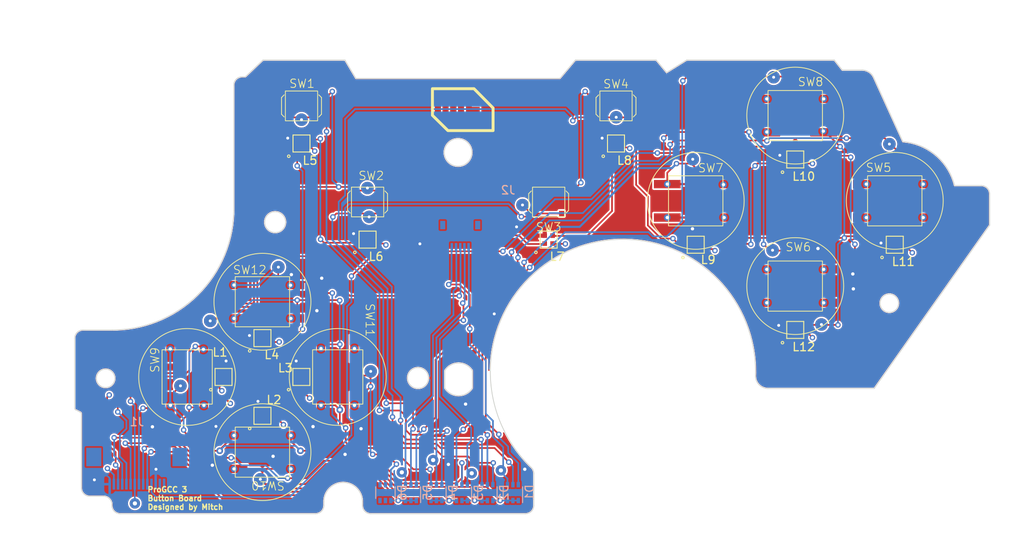
<source format=kicad_pcb>
(kicad_pcb (version 20221018) (generator pcbnew)
  (layers (0 "F.Cu" signal) (1 "In1.Cu" signal) (2 "In2.Cu" signal) (31 "B.Cu" signal) (34 "B.Paste" user) (35 "F.Paste" user) (36 "B.SilkS" user "B.Silkscreen") (37 "F.SilkS" user "F.Silkscreen") (38 "B.Mask" user) (39 "F.Mask" user) (44 "Edge.Cuts" user))
  (net 0 "")
  (net 1 "GND")
  (net 2 "+3V3")
  (net 3 "BUTTON_RGB")
  (net 4 "Push_A")
  (net 5 "Scan_C")
  (net 6 "Push_B")
  (net 7 "Scan_D")
  (net 8 "Scan_B")
  (net 9 "Push_C")
  (net 10 "Push_D")
  (net 11 "Scan_A")
  (net 12 "NFC")
  (net 13 "ZL_Pull")
  (net 14 "L_Pull")
  (net 15 "R_Pull")
  (net 16 "ZR_Pull")
  (net 17 "Plus_Pull")
  (net 18 "X_Pull")
  (net 19 "Home_Pull")
  (net 20 "Y_Pull")
  (net 21 "DU_Pull")
  (net 22 "A_Pull")
  (net 23 "DD_Pull")
  (net 24 "DR_Pull")
  (net 25 "Minus_Pull")
  (net 26 "Capture_Pull")
  (net 27 "B_Pull")
  (net 28 "NC")
  (net 29 "DL_Pull")
  (net 30 "Net-(L1-DOUT)")
  (net 31 "MENU_RGB")
  (net 32 "Net-(L2-DOUT)")
  (net 33 "Net-(L3-DOUT)")
  (net 34 "Net-(L5-DOUT)")
  (net 35 "Net-(L6-DOUT)")
  (net 36 "BPAD_RGB")
  (net 37 "Net-(L10-DIN)")
  (net 38 "Net-(L10-DOUT)")
  (net 39 "Net-(L11-DOUT)")
  (net 40 "Net-(L7-DOUT)")
  (footprint "hhl:PTS540JM035SMTRLFS" (layer "F.Cu") (at 161.748 117.986)
    (fp_text reference "SW4")
    (fp_text value " TL3315NF100Q")
  )
  (footprint "hhl:PTS540JM035SMTRLFS" (layer "F.Cu") (at 132.048 129.486)
    (fp_text reference "SW2")
    (fp_text value " TL3315NF100Q")
  )
  (footprint "hhl:SK6805-EC-15" (layer "F.Cu") (at 132.048 133.986)
    (fp_text reference "L6")
    (fp_text value "SK6805-EC-15" hide)
  )
  (footprint "hhl:PTS540JM035SMTRLFS" (layer "F.Cu") (at 124.148 117.986)
    (fp_text reference "SW1")
    (fp_text value " TL3315NF100Q")
  )
  (footprint "hhl:SK6805-EC-15" (layer "F.Cu") (at 119.478 145.771)
    (fp_text reference "L4")
    (fp_text value "SK6805-EC-15" hide)
  )
  (footprint "hhl:SK6805-EC-15" (layer "F.Cu") (at 119.478 155.071)
    (fp_text reference "L2")
    (fp_text value "SK6805-EC-15" hide)
  )
  (footprint "hhl:SK6805-EC-15" (layer "F.Cu") (at 183.178 144.796)
    (fp_text reference "L12")
    (fp_text value "SK6805-EC-15" hide)
  )
  (footprint "hhl:SK6805-EC-15" (layer "F.Cu") (at 124.148 122.486)
    (fp_text reference "L5")
    (fp_text value "SK6805-EC-15" hide)
  )
  (footprint "hhl:HHL_Logo" (layer "F.Cu") (at 142.748 118.872)
    (fp_text reference "REF**" hide)
    (fp_text value "HHL_Logo")
  )
  (footprint "hhl:SK6805-EC-15" (layer "F.Cu") (at 171.278 134.596)
    (fp_text reference "L9")
    (fp_text value "SK6805-EC-15" hide)
  )
  (footprint "hhl:EVPBT2C4A000" (layer "F.Cu") (at 119.478 159.421 180)
    (fp_text reference "SW10")
    (fp_text value "DPAD")
  )
  (footprint "hhl:SK6805-EC-15" (layer "F.Cu") (at 114.828 150.421)
    (fp_text reference "L1")
    (fp_text value "SK6805-EC-15" hide)
  )
  (footprint "hhl:SK6805-EC-15" (layer "F.Cu") (at 124.128 150.421)
    (fp_text reference "L3")
    (fp_text value "SK6805-EC-15" hide)
  )
  (footprint "hhl:SK6805-EC-15" (layer "F.Cu") (at 195.078 134.596)
    (fp_text reference "L11")
    (fp_text value "SK6805-EC-15" hide)
  )
  (footprint "hhl:SK6805-EC-15" (layer "F.Cu") (at 153.698 133.986)
    (fp_text reference "L7")
    (fp_text value "SK6805-EC-15" hide)
  )
  (footprint "hhl:EVPBT2C4A000" (layer "F.Cu") (at 171.278 129.346)
    (fp_text reference "SW7")
    (fp_text value "BPAD")
  )
  (footprint "hhl:SK6805-EC-15" (layer "F.Cu") (at 183.178 124.396)
    (fp_text reference "L10")
    (fp_text value "SK6805-EC-15" hide)
  )
  (footprint "hhl:EVPBT2C4A000" (layer "F.Cu") (at 195.078 129.346)
    (fp_text reference "SW5")
    (fp_text value "BPAD")
  )
  (footprint "hhl:EVPBT2C4A000" (layer "F.Cu") (at 183.178 139.546)
    (fp_text reference "SW6")
    (fp_text value "BPAD")
  )
  (footprint "hhl:PTS540JM035SMTRLFS" (layer "F.Cu") (at 153.698 129.486)
    (fp_text reference "SW3")
    (fp_text value " TL3315NF100Q")
  )
  (footprint "hhl:SK6805-EC-15" (layer "F.Cu") (at 161.748 122.486)
    (fp_text reference "L8")
    (fp_text value "SK6805-EC-15" hide)
  )
  (footprint "hhl:EVPBT2C4A000" (layer "F.Cu") (at 110.478 150.421 90)
    (fp_text reference "SW9")
    (fp_text value "DPAD")
  )
  (footprint "hhl:EVPBT2C4A000" (layer "F.Cu") (at 183.178 119.146)
    (fp_text reference "SW8")
    (fp_text value "BPAD")
  )
  (footprint "hhl:EVPBT2C4A000" (layer "F.Cu") (at 128.478 150.421 -90)
    (fp_text reference "SW11")
    (fp_text value "DPAD")
  )
  (footprint "hhl:EVPBT2C4A000" (layer "F.Cu") (at 119.478 141.421)
    (fp_text reference "SW12")
    (fp_text value "DPAD")
  )
  (footprint "Package_TO_SOT_SMD:SOT-363_SC-70-6" (layer "B.Cu") (at 146.37472 164.259612 90)
    (fp_text reference "D2")
    (fp_text value "BAS16VY,115")
  )
  (footprint "Package_TO_SOT_SMD:SOT-363_SC-70-6" (layer "B.Cu") (at 137.23072 164.259612 90)
    (fp_text reference "D5")
    (fp_text value "BAS16VY,115")
  )
  (footprint "Package_TO_SOT_SMD:SOT-363_SC-70-6" (layer "B.Cu") (at 140.27872 164.259612 90)
    (fp_text reference "D4")
    (fp_text value "BAS16VY,115")
  )
  (footprint "hhl:molex_5034800540" (layer "B.Cu") (at 143.123 133.296)
    (fp_text reference "J2")
    (fp_text value "bumpers")
  )
  (footprint "Package_TO_SOT_SMD:SOT-363_SC-70-6" (layer "B.Cu") (at 134.18272 164.259612 90)
    (fp_text reference "D6")
    (fp_text value "BAS16VY,115")
  )
  (footprint "Package_TO_SOT_SMD:SOT-363_SC-70-6" (layer "B.Cu") (at 143.32672 164.259612 90)
    (fp_text reference "D3")
    (fp_text value "BAS16VY,115")
  )
  (footprint "Package_TO_SOT_SMD:SOT-363_SC-70-6" (layer "B.Cu") (at 149.42272 164.259612 90)
    (fp_text reference "D1")
    (fp_text value "BAS16VY,115")
  )
  (footprint "hhl:molex_5051101492_14P" (layer "B.Cu") (at 104.46472 160.001644)
    (fp_text reference "J1")
    (fp_text value "To Button Board")
  )
  (gr_circle (center 119.478 150.421) (end 120.748 150.421) (stroke (width 0.2)) (fill solid) (layer "F.Cu"))
  (gr_circle (center 120.998 131.896) (end 122.248 131.896) (stroke (width 0.1)) (fill none) (layer "Edge.Cuts"))
  (gr_circle (center 142.868 123.556) (end 144.518 123.556) (stroke (width 0.1)) (fill none) (layer "Edge.Cuts"))
  (gr_arc (start 151.619219 161.258419) (mid 151.84757 161.588136) (end 151.928 161.981059) (stroke (width 0.1)) (layer "Edge.Cuts"))
  (gr_arc (start 205.428 127.516) (mid 206.135107 127.808893) (end 206.428 128.516) (stroke (width 0.1)) (layer "Edge.Cuts"))
  (gr_line (start 98.828 164.696) (end 100.478 164.696) (stroke (width 0.1)) (layer "Edge.Cuts"))
  (gr_line (start 116.048 115.496) (end 116.048 130.496) (stroke (width 0.1)) (layer "Edge.Cuts"))
  (gr_line (start 97.028 145.796) (end 97.028 154.15385) (stroke (width 0.1)) (layer "Edge.Cuts"))
  (gr_line (start 144.578 151.745231) (end 144.577999 149.666769) (stroke (width 0.1)) (layer "Edge.Cuts"))
  (gr_arc (start 196.048 122.266) (mid 199.986032 123.892745) (end 202.228 127.516) (stroke (width 0.1)) (layer "Edge.Cuts"))
  (gr_line (start 151.928 165.796) (end 151.928 161.981059) (stroke (width 0.1)) (layer "Edge.Cuts"))
  (gr_arc (start 100.478 164.696) (mid 101.185107 164.988893) (end 101.478 165.696) (stroke (width 0.1)) (layer "Edge.Cuts"))
  (gr_circle (center 100.728 150.586) (end 101.828 150.586) (stroke (width 0.1)) (fill none) (layer "Edge.Cuts"))
  (gr_line (start 166.548 112.496) (end 156.898 112.496) (stroke (width 0.1)) (layer "Edge.Cuts"))
  (gr_arc (start 102.478 166.796) (mid 101.770893 166.503107) (end 101.478 165.796) (stroke (width 0.1)) (layer "Edge.Cuts"))
  (gr_arc (start 179.918132 151.795999) (mid 178.857453 151.356672) (end 178.418129 150.296003) (stroke (width 0.1)) (layer "Edge.Cuts"))
  (gr_arc (start 151.928 165.796) (mid 151.635107 166.503107) (end 150.928 166.796) (stroke (width 0.1)) (layer "Edge.Cuts"))
  (gr_arc (start 97.155141 154.359568) (mid 97.06235 154.274768) (end 97.028 154.15385) (stroke (width 0.1)) (layer "Edge.Cuts"))
  (gr_line (start 156.898 112.496) (end 155.048 114.696) (stroke (width 0.1)) (layer "Edge.Cuts"))
  (gr_line (start 97.155141 154.359568) (end 97.700859 154.632432) (stroke (width 0.1)) (layer "Edge.Cuts"))
  (gr_line (start 129.348 112.496) (end 119.548 112.496) (stroke (width 0.1)) (layer "Edge.Cuts"))
  (gr_line (start 117.448 114.496) (end 117.048 114.496) (stroke (width 0.1)) (layer "Edge.Cuts"))
  (gr_line (start 101.528 144.796) (end 98.028 144.796) (stroke (width 0.1)) (layer "Edge.Cuts"))
  (gr_line (start 132.428 166.796) (end 150.928 166.796) (stroke (width 0.1)) (layer "Edge.Cuts"))
  (gr_arc (start 144.577999 151.745231) (mid 142.928 152.655999) (end 141.278001 151.745231) (stroke (width 0.1)) (layer "Edge.Cuts"))
  (gr_arc (start 126.828 165.796) (mid 126.535107 166.503107) (end 125.828 166.796) (stroke (width 0.1)) (layer "Edge.Cuts"))
  (gr_line (start 141.278 149.66677) (end 141.278 151.745231) (stroke (width 0.1)) (layer "Edge.Cuts"))
  (gr_line (start 102.478 166.796) (end 125.828 166.796) (stroke (width 0.1)) (layer "Edge.Cuts"))
  (gr_line (start 126.828 165.796) (end 126.828 165.346) (stroke (width 0.1)) (layer "Edge.Cuts"))
  (gr_arc (start 173.103119 137.956193) (mid 177.132798 143.535074) (end 178.418129 150.296003) (stroke (width 0.1)) (layer "Edge.Cuts"))
  (gr_line (start 205.428 127.516) (end 202.228 127.516) (stroke (width 0.1)) (layer "Edge.Cuts"))
  (gr_circle (center 194.428 141.596) (end 195.528 141.596) (stroke (width 0.1)) (fill none) (layer "Edge.Cuts"))
  (gr_arc (start 97.028 145.796) (mid 97.320893 145.088893) (end 98.028 144.796) (stroke (width 0.1)) (layer "Edge.Cuts"))
  (gr_line (start 97.828 154.83815) (end 97.828 163.696) (stroke (width 0.1)) (layer "Edge.Cuts"))
  (gr_arc (start 141.278 149.66677) (mid 142.927999 148.756) (end 144.577999 149.666768) (stroke (width 0.1)) (layer "Edge.Cuts"))
  (gr_line (start 119.548 112.496) (end 117.448 114.496) (stroke (width 0.1)) (layer "Edge.Cuts"))
  (gr_arc (start 151.619219 161.258419) (mid 150.922 139.060718) (end 173.103119 137.956194) (stroke (width 0.1)) (layer "Edge.Cuts"))
  (gr_arc (start 126.828 165.346) (mid 129.128 163.046) (end 131.428 165.346) (stroke (width 0.1)) (layer "Edge.Cuts"))
  (gr_arc (start 98.828 164.696) (mid 98.120893 164.403107) (end 97.828 163.696) (stroke (width 0.1)) (layer "Edge.Cuts"))
  (gr_arc (start 97.700859 154.632432) (mid 97.79365 154.717232) (end 97.828 154.83815) (stroke (width 0.1)) (layer "Edge.Cuts"))
  (gr_line (start 179.918132 151.796) (end 192.628 151.796) (stroke (width 0.1)) (layer "Edge.Cuts"))
  (gr_line (start 196.048 122.266) (end 192.547868 114.5747) (stroke (width 0.1)) (layer "Edge.Cuts"))
  (gr_line (start 192.628 151.796) (end 206.428 132.246) (stroke (width 0.1)) (layer "Edge.Cuts"))
  (gr_line (start 155.048 114.696) (end 130.648 114.696) (stroke (width 0.1)) (layer "Edge.Cuts"))
  (gr_line (start 206.428 132.246) (end 206.428 128.516) (stroke (width 0.1)) (layer "Edge.Cuts"))
  (gr_arc (start 191.1826 113.696) (mid 191.994402 113.93466) (end 192.547868 114.5747) (stroke (width 0.1)) (layer "Edge.Cuts"))
  (gr_line (start 101.478 165.696) (end 101.478 165.796) (stroke (width 0.1)) (layer "Edge.Cuts"))
  (gr_line (start 131.428 165.346) (end 131.428 165.796) (stroke (width 0.1)) (layer "Edge.Cuts"))
  (gr_line (start 191.1826 113.696) (end 188.798 113.696) (stroke (width 0.1)) (layer "Edge.Cuts"))
  (gr_line (start 188.798 113.696) (end 187.848 112.496) (stroke (width 0.1)) (layer "Edge.Cuts"))
  (gr_arc (start 132.428 166.796) (mid 131.720893 166.503107) (end 131.428 165.796) (stroke (width 0.1)) (layer "Edge.Cuts"))
  (gr_line (start 170.198 112.496) (end 167.798 113.996) (stroke (width 0.1)) (layer "Edge.Cuts"))
  (gr_arc (start 116.048 115.496) (mid 116.340893 114.788893) (end 117.048 114.496) (stroke (width 0.1)) (layer "Edge.Cuts"))
  (gr_circle (center 138.078 150.546) (end 139.328 150.546) (stroke (width 0.1)) (fill none) (layer "Edge.Cuts"))
  (gr_line (start 130.648 114.696) (end 129.348 112.496) (stroke (width 0.1)) (layer "Edge.Cuts"))
  (gr_arc (start 116.048 130.496) (mid 111.717705 140.620778) (end 101.528 144.796) (stroke (width 0.1)) (layer "Edge.Cuts"))
  (gr_line (start 167.798 113.996) (end 166.548 112.496) (stroke (width 0.1)) (layer "Edge.Cuts"))
  (gr_line (start 187.848 112.496) (end 170.198 112.496) (stroke (width 0.1)) (layer "Edge.Cuts"))
  (gr_text "ProGCC 3\nButton Board\nDesigned by Mitch" (at 105.664 166.37) (layer "F.SilkS") (effects (font (size 0.65 0.65)) (justify left bottom)))
  (segment (start 181.229174 144.250066) (end 181.198902 144.250066) (width 0.2) (layer "F.Cu") (net 1))
  (segment (start 193.705518 134.121) (end 194.603 134.121) (width 0.2) (layer "F.Cu") (net 1))
  (segment (start 153.223 133.511) (end 150.91 133.511) (width 0.2) (layer "F.Cu") (net 1))
  (segment (start 193.432979 134.393539) (end 193.705518 134.121) (width 0.2) (layer "F.Cu") (net 1))
  (segment (start 114.353 149.946) (end 114.353 149.291332) (width 0.2) (layer "F.Cu") (net 1))
  (segment (start 122.56772 121.910612) (end 122.49872 121.841612) (width 0.2) (layer "F.Cu") (net 1))
  (segment (start 160.15972 121.910612) (end 160.09072 121.841612) (width 0.2) (layer "F.Cu") (net 1))
  (segment (start 114.353 149.291332) (end 115.13272 148.511612) (width 0.2) (layer "F.Cu") (net 1))
  (segment (start 150.91 133.511) (end 149.86 132.461) (width 0.2) (layer "F.Cu") (net 1))
  (via (at 126.56272 138.605612) (size 0.8) (drill 0.4) (layers "F.Cu" "B.Cu") (net 1))
  (via (at 170.8912 132.6896) (size 0.8) (drill 0.4) (layers "F.Cu" "B.Cu") (net 1))
  (via (at 99.38472 162.735612) (size 0.65) (drill 0.35) (layers "F.Cu" "B.Cu") (net 1))
  (via (at 181.334234 123.893767) (size 0.65) (drill 0.35) (layers "F.Cu" "B.Cu") (net 1))
  (via (at 122.49872 121.841612) (size 0.65) (drill 0.35) (layers "F.Cu" "B.Cu") (net 1))
  (via (at 141.710917 160.887606) (size 0.8) (drill 0.4) (layers "F.Cu" "B.Cu") (net 1))
  (via (at 106.75072 161.465612) (size 0.65) (drill 0.35) (layers "F.Cu" "B.Cu") (net 1))
  (via (at 118.94272 153.337612) (size 0.65) (drill 0.35) (layers "F.Cu" "B.Cu") (net 1))
  (via (at 106.3244 156.385612) (size 0.8) (drill 0.4) (layers "F.Cu" "B.Cu") (net 1))
  (via (at 120.7516 159.9184) (size 0.8) (drill 0.4) (layers "F.Cu" "B.Cu") (net 1))
  (via (at 115.13272 148.511612) (size 0.65) (drill 0.35) (layers "F.Cu" "B.Cu") (net 1))
  (via (at 125.5268 156.3624) (size 0.8) (drill 0.4) (layers "F.Cu" "B.Cu") (net 1))
  (via (at 185.894937 135.051757) (size 0.8) (drill 0.4) (layers "F.Cu" "B.Cu") (net 1))
  (via (at 190.125683 139.881547) (size 0.8) (drill 0.4) (layers "F.Cu" "B.Cu") (net 1))
  (via (at 190.06272 138.097612) (size 0.8) (drill 0.4) (layers "F.Cu" "B.Cu") (net 1))
  (via (at 113.919 156.337) (size 0.65) (drill 0.35) (layers "F.Cu" "B.Cu") (net 1))
  (via (at 131.2672 156.6164) (size 0.8) (drill 0.4) (layers "F.Cu" "B.Cu") (net 1))
  (via (at 117.92672 145.463612) (size 0.65) (drill 0.35) (layers "F.Cu" "B.Cu") (net 1))
  (via (at 130.37272 133.271612) (size 0.65) (drill 0.35) (layers "F.Cu" "B.Cu") (net 1))
  (via (at 160.09072 121.841612) (size 0.65) (drill 0.35) (layers "F.Cu" "B.Cu") (net 1))
  (via (at 129.35672 159.687612) (size 0.8) (drill 0.4) (layers "F.Cu" "B.Cu") (net 1))
  (via (at 113.4872 160.9852) (size 0.8) (drill 0.4) (layers "F.Cu" "B.Cu") (net 1))
  (via (at 149.86 132.461) (size 0.65) (drill 0.35) (layers "F.Cu" "B.Cu") (net 1))
  (via (at 150.842087 161.464691) (size 0.8) (drill 0.4) (layers "F.Cu" "B.Cu") (net 1))
  (via (at 181.198902 144.250066) (size 0.65) (drill 0.35) (layers "F.Cu" "B.Cu") (net 1))
  (via (at 147.193 142.875) (size 0.65) (drill 0.35) (layers "F.Cu" "B.Cu") (net 1))
  (via (at 123.51472 148.511612) (size 0.65) (drill 0.35) (layers "F.Cu" "B.Cu") (net 1))
  (via (at 125.984 142.494) (size 0.8) (drill 0.4) (layers "F.Cu" "B.Cu") (net 1))
  (via (at 143.764 153.67) (size 0.8) (drill 0.4) (layers "F.Cu" "B.Cu") (net 1))
  (via (at 193.432979 134.393539) (size 0.65) (drill 0.35) (layers "F.Cu" "B.Cu") (net 1))
  (via (at 122.936 138.176) (size 0.8) (drill 0.4) (layers "F.Cu" "B.Cu") (net 1))
  (via (at 138.303 134.493) (size 0.65) (drill 0.35) (layers "F.Cu" "B.Cu") (net 1))
  (segment (start 106.71472 161.501612) (end 106.75072 161.465612) (width 0.2) (layer "B.Cu") (net 1))
  (segment (start 100.90872 162.227612) (end 99.89272 162.227612) (width 0.2) (layer "B.Cu") (net 1))
  (segment (start 101.21472 163.251644) (end 101.21472 162.533612) (width 0.2) (layer "B.Cu") (net 1))
  (segment (start 106.71472 163.251644) (end 106.71472 161.501612) (width 0.2) (layer "B.Cu") (net 1))
  (segment (start 99.89272 162.227612) (end 99.38472 162.735612) (width 0.2) (layer "B.Cu") (net 1))
  (segment (start 101.21472 162.533612) (end 100.90872 162.227612) (width 0.2) (layer "B.Cu") (net 1))
  (segment (start 155.693975 134.493) (end 154.379108 134.493) (width 0.2) (layer "F.Cu") (net 2))
  (segment (start 134.08 134.461) (end 132.547108 134.461) (width 0.2) (layer "F.Cu") (net 2))
  (segment (start 183.67 145.288) (end 184.807108 145.288) (width 0.2) (layer "F.Cu") (net 2))
  (segment (start 125.267175 122.936) (end 125.726872 123.395697) (width 0.2) (layer "F.Cu") (net 2))
  (segment (start 124.623 122.961) (end 124.648 122.936) (width 0.2) (layer "F.Cu") (net 2))
  (segment (start 183.671612 124.889612) (end 185.23672 124.889612) (width 0.2) (layer "F.Cu") (net 2))
  (segment (start 115.303 153.253892) (end 115.64072 153.591612) (width 0.2) (layer "F.Cu") (net 2))
  (segment (start 173.579679 135.300648) (end 173.407031 135.128) (width 0.2) (layer "F.Cu") (net 2))
  (segment (start 119.953 146.246) (end 121.462332 146.246) (width 0.2) (layer "F.Cu") (net 2))
  (segment (start 154.379108 134.493) (end 154.24672 134.360612) (width 0.2) (layer "F.Cu") (net 2))
  (segment (start 124.648 122.936) (end 125.267175 122.936) (width 0.2) (layer "F.Cu") (net 2))
  (segment (start 115.303 150.896) (end 115.303 153.253892) (width 0.2) (layer "F.Cu") (net 2))
  (segment (start 195.553 135.071) (end 196.688108 135.071) (width 0.2) (layer "F.Cu") (net 2))
  (segment (start 119.953 155.546) (end 121.405108 155.546) (width 0.2) (layer "F.Cu") (net 2))
  (segment (start 125.1204 152.9588) (end 124.603 152.4414) (width 0.2) (layer "F.Cu") (net 2))
  (segment (start 184.807108 145.288) (end 185.23672 145.717612) (width 0.2) (layer "F.Cu") (net 2))
  (segment (start 171.81 135.128) (end 171.753 135.071) (width 0.2) (layer "F.Cu") (net 2))
  (segment (start 134.239 134.62) (end 134.08 134.461) (width 0.2) (layer "F.Cu") (net 2))
  (segment (start 121.462332 146.246) (end 121.48272 146.225612) (width 0.2) (layer "F.Cu") (net 2))
  (segment (start 163.39272 123.063) (end 163.29072 122.961) (width 0.2) (layer "F.Cu") (net 2))
  (segment (start 183.653 145.271) (end 183.67 145.288) (width 0.2) (layer "F.Cu") (net 2))
  (segment (start 183.653 124.871) (end 183.671612 124.889612) (width 0.2) (layer "F.Cu") (net 2))
  (segment (start 124.603 152.4414) (end 124.603 150.978472) (width 0.2) (layer "F.Cu") (net 2))
  (segment (start 196.688108 135.071) (end 197.17472 135.557612) (width 0.2) (layer "F.Cu") (net 2))
  (segment (start 163.29072 122.961) (end 162.223 122.961) (width 0.2) (layer "F.Cu") (net 2))
  (segment (start 121.405108 155.546) (end 121.99072 156.131612) (width 0.2) (layer "F.Cu") (net 2))
  (segment (start 173.407031 135.128) (end 171.81 135.128) (width 0.2) (layer "F.Cu") (net 2))
  (via (at 100.946952 161.373173) (size 0.65) (drill 0.35) (layers "F.Cu" "B.Cu") (net 2))
  (via (at 115.64072 153.591612) (size 0.65) (drill 0.35) (layers "F.Cu" "B.Cu") (net 2))
  (via (at 121.99072 156.131612) (size 0.65) (drill 0.35) (layers "F.Cu" "B.Cu") (net 2))
  (via (at 185.23672 145.717612) (size 0.65) (drill 0.35) (layers "F.Cu" "B.Cu") (net 2))
  (via (at 125.1204 152.9588) (size 0.65) (drill 0.35) (layers "F.Cu" "B.Cu") (net 2))
  (via (at 125.726872 123.395697) (size 0.65) (drill 0.35) (layers "F.Cu" "B.Cu") (net 2))
  (via (at 155.693975 134.493) (size 0.65) (drill 0.35) (layers "F.Cu" "B.Cu") (net 2))
  (via (at 173.579679 135.300648) (size 0.65) (drill 0.35) (layers "F.Cu" "B.Cu") (net 2))
  (via (at 163.39272 123.063) (size 0.65) (drill 0.35) (layers "F.Cu" "B.Cu") (net 2))
  (via (at 197.17472 135.557612) (size 0.65) (drill 0.35) (layers "F.Cu" "B.Cu") (net 2))
  (via (at 121.48272 146.225612) (size 0.65) (drill 0.35) (layers "F.Cu" "B.Cu") (net 2))
  (via (at 185.23672 124.889612) (size 0.65) (drill 0.35) (layers "F.Cu" "B.Cu") (net 2))
  (via (at 134.239 134.62) (size 0.65) (drill 0.35) (layers "F.Cu" "B.Cu") (net 2))
  (segment (start 101.71472 162.140941) (end 100.946952 161.373173) (width 0.2) (layer "B.Cu") (net 2))
  (segment (start 101.71472 163.251644) (end 101.71472 162.140941) (width 0.2) (layer "B.Cu") (net 2))
  (segment (start 100.90872 152.829612) (end 101.16272 152.575612) (width 0.2) (layer "F.Cu") (net 3))
  (segment (start 100.90872 158.417612) (end 100.90872 152.829612) (width 0.2) (layer "F.Cu") (net 3))
  (segment (start 114.62472 152.067612) (end 114.353 151.795892) (width 0.2) (layer "F.Cu") (net 3))
  (segment (start 101.92472 160.957612) (end 101.92472 159.433612) (width 0.2) (layer "F.Cu") (net 3))
  (segment (start 101.92472 159.433612) (end 100.90872 158.417612) (width 0.2) (layer "F.Cu") (net 3))
  (segment (start 114.353 151.795892) (end 114.353 150.896) (width 0.2) (layer "F.Cu") (net 3))
  (via (at 101.92472 160.957612) (size 0.65) (drill 0.35) (layers "F.Cu" "B.Cu") (net 3))
  (via (at 114.62472 152.067612) (size 0.65) (drill 0.35) (layers "F.Cu" "B.Cu") (net 3))
  (via (at 101.16272 152.575612) (size 0.65) (drill 0.35) (layers "F.Cu" "B.Cu") (net 3))
  (segment (start 102.21472 163.251644) (end 102.21472 161.247612) (width 0.2) (layer "B.Cu") (net 3))
  (segment (start 102.21472 161.247612) (end 101.92472 160.957612) (width 0.2) (layer "B.Cu") (net 3))
  (segment (start 146.269509 163.580401) (end 147.89872 165.209612) (width 0.2) (layer "F.Cu") (net 4))
  (segment (start 124.741588 163.751612) (end 127.238127 161.255073) (width 0.2) (layer "F.Cu") (net 4))
  (segment (start 115.13272 163.751612) (end 124.741588 163.751612) (width 0.2) (layer "F.Cu") (net 4))
  (segment (start 101.747324 157.686249) (end 109.067357 157.686249) (width 0.2) (layer "F.Cu") (net 4))
  (segment (start 109.067357 157.686249) (end 115.13272 163.751612) (width 0.2) (layer "F.Cu") (net 4))
  (segment (start 127.238127 161.255073) (end 133.646082 161.255073) (width 0.2) (layer "F.Cu") (net 4))
  (segment (start 135.97141 163.580401) (end 146.269509 163.580401) (width 0.2) (layer "F.Cu") (net 4))
  (segment (start 133.646082 161.255073) (end 135.97141 163.580401) (width 0.2) (layer "F.Cu") (net 4))
  (via (at 147.89872 165.209612) (size 0.65) (drill 0.35) (layers "F.Cu" "B.Cu") (net 4))
  (via (at 101.747324 157.686249) (size 0.65) (drill 0.35) (layers "F.Cu" "B.Cu") (net 4))
  (segment (start 147.02472 165.209612) (end 148.77272 165.209612) (width 0.2) (layer "B.Cu") (net 4))
  (segment (start 150.07272 165.209612) (end 149.42272 165.209612) (width 0.2) (layer "B.Cu") (net 4))
  (segment (start 102.149877 160.224455) (end 101.747324 159.821902) (width 0.2) (layer "B.Cu") (net 4))
  (segment (start 102.71472 160.789298) (end 102.149877 160.224455) (width 0.2) (layer "B.Cu") (net 4))
  (segment (start 149.42272 165.209612) (end 148.77272 165.209612) (width 0.2) (layer "B.Cu") (net 4))
  (segment (start 101.747324 159.821902) (end 101.747324 157.686249) (width 0.2) (layer "B.Cu") (net 4))
  (segment (start 102.71472 163.251644) (end 102.71472 160.789298) (width 0.2) (layer "B.Cu") (net 4))
  (segment (start 110.2868 144.4244) (end 113.0808 141.6304) (width 0.2) (layer "F.Cu") (net 5))
  (segment (start 118.4656 134.14589) (end 118.68872 133.92277) (width 0.2) (layer "F.Cu") (net 5))
  (segment (start 113.0808 141.6304) (end 118.306314 141.6304) (width 0.2) (layer "F.Cu") (net 5))
  (segment (start 158.416108 116.611) (end 163.298 116.611) (width 0.2) (layer "F.Cu") (net 5))
  (segment (start 102.20412 151.94828) (end 104.1908 149.9616) (width 0.2) (layer "F.Cu") (net 5))
  (segment (start 122.598 116.611) (end 127.475332 116.611) (width 0.2) (layer "F.Cu") (net 5))
  (segment (start 129.770612 127.683612) (end 130.2046 128.1176) (width 0.2) (layer "F.Cu") (net 5))
  (segment (start 109.6264 149.9616) (end 110.2868 149.3012) (width 0.2) (layer "F.Cu") (net 5))
  (segment (start 158.05872 116.253612) (end 158.416108 116.611) (width 0.2) (layer "F.Cu") (net 5))
  (segment (start 102.17872 151.94828) (end 102.20412 151.94828) (width 0.2) (layer "F.Cu") (net 5))
  (segment (start 102.17872 154.607612) (end 102.17872 151.94828) (width 0.2) (layer "F.Cu") (net 5))
  (segment (start 118.68872 133.92277) (end 118.68872 129.969612) (width 0.2) (layer "F.Cu") (net 5))
  (segment (start 118.4656 141.471114) (end 118.4656 134.14589) (width 0.2) (layer "F.Cu") (net 5))
  (segment (start 128.59472 127.683612) (end 129.770612 127.683612) (width 0.2) (layer "F.Cu") (net 5))
  (segment (start 118.68872 129.969612) (end 120.97472 127.683612) (width 0.2) (layer "F.Cu") (net 5))
  (segment (start 130.2046 128.1176) (end 156.608732 128.1176) (width 0.2) (layer "F.Cu") (net 5))
  (segment (start 110.2868 149.3012) (end 110.2868 144.4244) (width 0.2) (layer "F.Cu") (net 5))
  (segment (start 156.608732 128.1176) (end 157.55072 127.175612) (width 0.2) (layer "F.Cu") (net 5))
  (segment (start 118.306314 141.6304) (end 118.4656 141.471114) (width 0.2) (layer "F.Cu") (net 5))
  (segment (start 127.475332 116.611) (end 127.83272 116.253612) (width 0.2) (layer "F.Cu") (net 5))
  (segment (start 104.1908 149.9616) (end 109.6264 149.9616) (width 0.2) (layer "F.Cu") (net 5))
  (segment (start 120.97472 127.683612) (end 128.59472 127.683612) (width 0.2) (layer "F.Cu") (net 5))
  (via (at 102.17872 154.607612) (size 0.65) (drill 0.35) (layers "F.Cu" "B.Cu") (net 5))
  (via (at 158.05872 116.253612) (size 0.65) (drill 0.35) (layers "F.Cu" "B.Cu") (net 5))
  (via (at 157.55072 127.175612) (size 0.65) (drill 0.35) (layers "F.Cu" "B.Cu") (net 5))
  (via (at 127.83272 116.253612) (size 0.65) (drill 0.35) (layers "F.Cu" "B.Cu") (net 5))
  (via (at 132.0292 127.8128) (size 1.5) (drill 0.35) (layers "F.Cu" "B.Cu") (net 5))
  (via (at 128.59472 127.683612) (size 0.65) (drill 0.35) (layers "F.Cu" "B.Cu") (net 5))
  (segment (start 157.55072 127.175612) (end 157.55072 116.761612) (width 0.2) (layer "B.Cu") (net 5))
  (segment (start 102.43272 157.401612) (end 102.43272 159.941612) (width 0.2) (layer "B.Cu") (net 5))
  (segment (start 127.83272 116.253612) (end 127.83272 126.921612) (width 0.2) (layer "B.Cu") (net 5))
  (segment (start 102.17872 154.607612) (end 103.21472 155.643612) (width 0.2) (layer "B.Cu") (net 5))
  (segment (start 127.83272 126.921612) (end 128.59472 127.683612) (width 0.2) (layer "B.Cu") (net 5))
  (segment (start 102.43272 159.941612) (end 103.21472 160.723612) (width 0.2) (layer "B.Cu") (net 5))
  (segment (start 103.21472 155.643612) (end 103.21472 156.619612) (width 0.2) (layer "B.Cu") (net 5))
  (segment (start 103.21472 156.619612) (end 102.43272 157.401612) (width 0.2) (layer "B.Cu") (net 5))
  (segment (start 157.55072 116.761612) (end 158.05872 116.253612) (width 0.2) (layer "B.Cu") (net 5))
  (segment (start 103.21472 160.723612) (end 103.21472 163.251644) (width 0.2) (layer "B.Cu") (net 5))
  (segment (start 143.64672 164.005612) (end 144.85072 165.209612) (width 0.2) (layer "F.Cu") (net 6))
  (segment (start 109.164252 158.34883) (end 114.970166 164.154744) (width 0.2) (layer "F.Cu") (net 6))
  (segment (start 103.080657 158.34883) (end 109.164252 158.34883) (width 0.2) (layer "F.Cu") (net 6))
  (segment (start 133.495104 161.669781) (end 135.830935 164.005612) (width 0.2) (layer "F.Cu") (net 6))
  (segment (start 114.970166 164.154744) (end 124.948056 164.154744) (width 0.2) (layer "F.Cu") (net 6))
  (segment (start 127.433019 161.669781) (end 133.495104 161.669781) (width 0.2) (layer "F.Cu") (net 6))
  (segment (start 135.830935 164.005612) (end 143.64672 164.005612) (width 0.2) (layer "F.Cu") (net 6))
  (segment (start 124.948056 164.154744) (end 127.433019 161.669781) (width 0.2) (layer "F.Cu") (net 6))
  (via (at 103.080657 158.34883) (size 0.65) (drill 0.35) (layers "F.Cu" "B.Cu") (net 6))
  (via (at 144.85072 165.209612) (size 0.65) (drill 0.35) (layers "F.Cu" "B.Cu") (net 6))
  (segment (start 146.37472 165.209612) (end 145.72472 165.209612) (width 0.2) (layer "B.Cu") (net 6))
  (segment (start 143.97672 165.209612) (end 143.32672 165.209612) (width 0.2) (layer "B.Cu") (net 6))
  (segment (start 103.71472 158.982893) (end 103.080657 158.34883) (width 0.2) (layer "B.Cu") (net 6))
  (segment (start 103.71472 163.251644) (end 103.71472 158.982893) (width 0.2) (layer "B.Cu") (net 6))
  (segment (start 145.72472 165.209612) (end 143.97672 165.209612) (width 0.2) (layer "B.Cu") (net 6))
  (segment (start 129.944055 140.716947) (end 143.00905 140.716947) (width 0.2) (layer "F.Cu") (net 7))
  (segment (start 109.982 150.368) (end 110.744 149.606) (width 0.2) (layer "F.Cu") (net 7))
  (segment (start 118.872 141.6304) (end 118.872 137.047667) (width 0.2) (layer "F.Cu") (net 7))
  (segment (start 110.744 144.5768) (end 113.284 142.0368) (width 0.2) (layer "F.Cu") (net 7))
  (segment (start 125.207975 135.980867) (end 129.944055 140.716947) (width 0.2) (layer "F.Cu") (net 7))
  (segment (start 103.70272 151.05928) (end 104.394 150.368) (width 0.2) (layer "F.Cu") (net 7))
  (segment (start 113.284 142.0368) (end 118.4656 142.0368) (width 0.2) (layer "F.Cu") (net 7))
  (segment (start 104.394 150.368) (end 109.982 150.368) (width 0.2) (layer "F.Cu") (net 7))
  (segment (start 103.70272 153.337612) (end 103.70272 151.05928) (width 0.2) (layer "F.Cu") (net 7))
  (segment (start 118.872 137.047667) (end 119.9388 135.980867) (width 0.2) (layer "F.Cu") (net 7))
  (segment (start 118.4656 142.0368) (end 118.872 141.6304) (width 0.2) (layer "F.Cu") (net 7))
  (segment (start 110.744 149.606) (end 110.744 144.5768) (width 0.2) (layer "F.Cu") (net 7))
  (segment (start 119.9388 135.980867) (end 125.207975 135.980867) (width 0.2) (layer "F.Cu") (net 7))
  (via (at 103.70272 153.337612) (size 0.65) (drill 0.35) (layers "F.Cu" "B.Cu") (net 7))
  (via (at 104.227219 165.552532) (size 1.25) (drill 0.5) (layers "F.Cu" "B.Cu") (net 7))
  (via (at 143.00905 140.716947) (size 0.65) (drill 0.35) (layers "F.Cu" "B.Cu") (net 7))
  (segment (start 143.16162 134.93462) (end 143.16162 140.564377) (width 0.2) (layer "B.Cu") (net 7))
  (segment (start 103.70272 153.337612) (end 104.21472 153.849612) (width 0.2) (layer "B.Cu") (net 7))
  (segment (start 104.21472 165.42872) (end 104.267 165.481) (width 0.2) (layer "B.Cu") (net 7))
  (segment (start 143.16162 140.564377) (end 143.00905 140.716947) (width 0.2) (layer "B.Cu") (net 7))
  (segment (start 143.123 134.896) (end 143.16162 134.93462) (width 0.2) (layer "B.Cu") (net 7))
  (segment (start 104.21472 163.251644) (end 104.21472 165.42872) (width 0.2) (layer "B.Cu") (net 7))
  (segment (start 104.21472 153.849612) (end 104.21472 163.251644) (width 0.2) (layer "B.Cu") (net 7))
  (segment (start 128.195288 153.821) (end 126.478 153.821) (width 0.2) (layer "F.Cu") (net 8))
  (segment (start 113.050002 159.253572) (end 110.706298 156.909868) (width 0.2) (layer "F.Cu") (net 8))
  (segment (start 128.736649 146.5247) (end 126.9743 146.5247) (width 0.2) (layer "F.Cu") (net 8))
  (segment (start 128.7279 157.806787) (end 127.281115 159.253572) (width 0.2) (layer "F.Cu") (net 8))
  (segment (start 114.37072 159.253572) (end 114.37072 159.12828) (width 0.2) (layer "F.Cu") (net 8))
  (segment (start 112.23336 154.06564) (end 112.478 153.821) (width 0.2) (layer "F.Cu") (net 8))
  (segment (start 110.706298 154.686) (end 110.706298 154.06564) (width 0.2) (layer "F.Cu") (net 8))
  (segment (start 112.478 147.0592) (end 112.4204 147.1168) (width 0.25) (layer "F.Cu") (net 8))
  (segment (start 123.638935 142.660065) (end 122.878 143.421) (width 0.2) (layer "F.Cu") (net 8))
  (segment (start 110.706298 154.774502) (end 110.706298 154.686) (width 0.2) (layer "F.Cu") (net 8))
  (segment (start 114.37072 159.253572) (end 113.050002 159.253572) (width 0.2) (layer "F.Cu") (net 8))
  (segment (start 122.878 158.108852) (end 122.878 157.421) (width 0.2) (layer "F.Cu") (net 8))
  (segment (start 109.474 156.0068) (end 110.706298 154.774502) (width 0.2) (layer "F.Cu") (net 8))
  (segment (start 123.638935 141.228354) (end 123.638935 142.660065) (width 0.2) (layer "F.Cu") (net 8))
  (segment (start 128.7279 154.353612) (end 128.7279 157.806787) (width 0.2) (layer "F.Cu") (net 8))
  (segment (start 127.281115 159.253572) (end 124.02272 159.253572) (width 0.2) (layer "F.Cu") (net 8))
  (segment (start 112.478 147.021) (end 112.478 147.0592) (width 0.25) (layer "F.Cu") (net 8))
  (segment (start 114.37072 159.12828) (end 116.078 157.421) (width 0.2) (layer "F.Cu") (net 8))
  (segment (start 107.5436 156.0068) (end 109.474 156.0068) (width 0.2) (layer "F.Cu") (net 8))
  (segment (start 111.4552 146.7612) (end 112.0648 146.7612) (width 0.2) (layer "F.Cu") (net 8))
  (segment (start 113.5254 143.421) (end 116.078 143.421) (width 0.25) (layer "F.Cu") (net 8))
  (segment (start 105.690463 154.153663) (end 107.5436 156.0068) (width 0.2) (layer "F.Cu") (net 8))
  (segment (start 110.706298 156.909868) (end 110.706298 154.686) (width 0.2) (layer "F.Cu") (net 8))
  (segment (start 110.706298 154.06564) (end 112.23336 154.06564) (width 0.2) (layer "F.Cu") (net 8))
  (segment (start 124.02272 159.253572) (end 122.878 158.108852) (width 0.2) (layer "F.Cu") (net 8))
  (segment (start 123.638935 141.228354) (end 128.675372 141.228354) (width 0.2) (layer "F.Cu") (net 8))
  (segment (start 105.199223 154.153663) (end 105.690463 154.153663) (width 0.2) (layer "F.Cu") (net 8))
  (segment (start 112.0648 146.7612) (end 112.4204 147.1168) (width 0.2) (layer "F.Cu") (net 8))
  (segment (start 126.9743 146.5247) (end 126.478 147.021) (width 0.2) (layer "F.Cu") (net 8))
  (segment (start 128.675372 141.228354) (end 128.714653 141.267635) (width 0.2) (layer "F.Cu") (net 8))
  (segment (start 128.7279 154.353612) (end 128.195288 153.821) (width 0.2) (layer "F.Cu") (net 8))
  (segment (start 113.2332 143.7132) (end 113.5254 143.421) (width 0.25) (layer "F.Cu") (net 8))
  (via (at 128.7279 154.353612) (size 0.8) (drill 0.4) (layers "F.Cu" "B.Cu") (net 8))
  (via (at 105.199223 154.153663) (size 0.65) (drill 0.35) (layers "F.Cu" "B.Cu") (net 8))
  (via (at 122.878 143.421) (size 0.8) (drill 0.4) (layers "F.Cu" "B.Cu") (net 8))
  (via (at 111.4552 146.7612) (size 0.65) (drill 0.35) (layers "F.Cu" "B.Cu") (net 8))
  (via (at 112.4204 147.1168) (size 0.8) (drill 0.4) (layers "F.Cu" "B.Cu") (net 8))
  (via (at 126.478 147.021) (size 0.8) (drill 0.4) (layers "F.Cu" "B.Cu") (net 8))
  (via (at 126.478 153.821) (size 0.8) (drill 0.4) (layers "F.Cu" "B.Cu") (net 8))
  (via (at 128.736649 146.5247) (size 0.65) (drill 0.35) (layers "F.Cu" "B.Cu") (net 8))
  (via (at 116.078 157.421) (size 0.8) (drill 0.4) (layers "F.Cu" "B.Cu") (net 8))
  (via (at 113.2332 143.7132) (size 1.5) (drill 0.35) (layers "F.Cu" "B.Cu") (net 8))
  (via (at 112.478 153.821) (size 0.8) (drill 0.4) (layers "F.Cu" "B.Cu") (net 8))
  (via (at 124.02272 159.253572) (size 0.8) (drill 0.4) (layers "F.Cu" "B.Cu") (net 8))
  (via (at 123.638935 141.228354) (size 0.65) (drill 0.35) (layers "F.Cu" "B.Cu") (net 8))
  (via (at 116.078 143.421) (size 0.8) (drill 0.4) (layers "F.Cu" "B.Cu") (net 8))
  (via (at 128.714653 141.267635) (size 0.65) (drill 0.35) (layers "F.Cu" "B.Cu") (net 8))
  (via (at 114.37072 159.253572) (size 0.8) (drill 0.4) (layers "F.Cu" "B.Cu") (net 8))
  (via (at 122.878 157.421) (size 0.8) (drill 0.4) (layers "F.Cu" "B.Cu") (net 8))
  (via (at 110.706298 154.06564) (size 0.65) (drill 0.35) (layers "F.Cu" "B.Cu") (net 8))
  (segment (start 128.714653 141.267635) (end 128.714653 146.502704) (width 0.2) (layer "B.Cu") (net 8))
  (segment (start 104.71472 154.638166) (end 104.71472 163.251644) (width 0.2) (layer "B.Cu") (net 8))
  (segment (start 116.078 143.421) (end 118.270646 141.228354) (width 0.2) (layer "B.Cu") (net 8))
  (segment (start 128.714653 146.502704) (end 128.736649 146.5247) (width 0.2) (layer "B.Cu") (net 8))
  (segment (start 111.4552 146.7612) (end 110.7279 147.4885) (width 0.2) (layer "B.Cu") (net 8))
  (segment (start 123.44076 158.671612) (end 114.95268 158.671612) (width 0.2) (layer "B.Cu") (net 8))
  (segment (start 118.270646 141.228354) (end 123.638935 141.228354) (width 0.2) (layer "B.Cu") (net 8))
  (segment (start 114.95268 158.671612) (end 114.37072 159.253572) (width 0.2) (layer "B.Cu") (net 8))
  (segment (start 105.199223 154.153663) (end 104.71472 154.638166) (width 0.2) (layer "B.Cu") (net 8))
  (segment (start 124.02272 159.253572) (end 123.44076 158.671612) (width 0.2) (layer "B.Cu") (net 8))
  (segment (start 110.7279 154.044038) (end 110.706298 154.06564) (width 0.2) (layer "B.Cu") (net 8))
  (segment (start 128.736649 154.344863) (end 128.7279 154.353612) (width 0.2) (layer "B.Cu") (net 8))
  (segment (start 128.736649 146.5247) (end 128.736649 154.344863) (width 0.2) (layer "B.Cu") (net 8))
  (segment (start 110.7279 147.4885) (end 110.7279 154.044038) (width 0.2) (layer "B.Cu") (net 8))
  (segment (start 135.764406 164.513612) (end 133.332406 162.081612) (width 0.2) (layer "F.Cu") (net 9))
  (segment (start 108.998566 158.74883) (end 105.584616 158.74883) (width 0.2) (layer "F.Cu") (net 9))
  (segment (start 105.584616 158.74883) (end 105.357449 158.975997) (width 0.2) (layer "F.Cu") (net 9))
  (segment (start 133.332406 162.081612) (end 127.608298 162.081612) (width 0.2) (layer "F.Cu") (net 9))
  (segment (start 141.10672 164.513612) (end 135.764406 164.513612) (width 0.2) (layer "F.Cu") (net 9))
  (segment (start 125.120458 164.569452) (end 114.819188 164.569452) (width 0.2) (layer "F.Cu") (net 9))
  (segment (start 114.819188 164.569452) (end 108.998566 158.74883) (width 0.2) (layer "F.Cu") (net 9))
  (segment (start 141.80272 165.209612) (end 141.10672 164.513612) (width 0.2) (layer "F.Cu") (net 9))
  (segment (start 127.608298 162.081612) (end 125.120458 164.569452) (width 0.2) (layer "F.Cu") (net 9))
  (via (at 105.357449 158.975997) (size 0.65) (drill 0.35) (layers "F.Cu" "B.Cu") (net 9))
  (via (at 141.80272 165.209612) (size 0.65) (drill 0.35) (layers "F.Cu" "B.Cu") (net 9))
  (segment (start 105.21472 159.118726) (end 105.21472 163.251644) (width 0.2) (layer "B.Cu") (net 9))
  (segment (start 140.27872 165.209612) (end 139.62872 165.209612) (width 0.2) (layer "B.Cu") (net 9))
  (segment (start 140.92872 165.209612) (end 140.27872 165.209612) (width 0.2) (layer "B.Cu") (net 9))
  (segment (start 105.357449 158.975997) (end 105.21472 159.118726) (width 0.2) (layer "B.Cu") (net 9))
  (segment (start 142.67672 165.209612) (end 140.92872 165.209612) (width 0.2) (layer "B.Cu") (net 9))
  (segment (start 135.70672 165.021612) (end 135.70672 165.209612) (width 0.2) (layer "F.Cu") (net 10))
  (segment (start 133.16672 162.481612) (end 135.70672 165.021612) (width 0.2) (layer "F.Cu") (net 10))
  (segment (start 114.656978 164.972928) (end 125.28719 164.972928) (width 0.2) (layer "F.Cu") (net 10))
  (segment (start 127.778506 162.481612) (end 133.16672 162.481612) (width 0.2) (layer "F.Cu") (net 10))
  (segment (start 109.064881 159.380831) (end 114.656978 164.972928) (width 0.2) (layer "F.Cu") (net 10))
  (segment (start 125.28719 164.972928) (end 127.778506 162.481612) (width 0.2) (layer "F.Cu") (net 10))
  (segment (start 106.157243 159.380831) (end 109.064881 159.380831) (width 0.2) (layer "F.Cu") (net 10))
  (via (at 135.70672 165.209612) (size 0.65) (drill 0.35) (layers "F.Cu" "B.Cu") (net 10))
  (via (at 106.157243 159.380831) (size 0.65) (drill 0.35) (layers "F.Cu" "B.Cu") (net 10))
  (segment (start 134.83272 165.209612) (end 136.58072 165.209612) (width 0.2) (layer "B.Cu") (net 10))
  (segment (start 137.23072 165.209612) (end 136.58072 165.209612) (width 0.2) (layer "B.Cu") (net 10))
  (segment (start 137.88072 165.209612) (end 137.23072 165.209612) (width 0.2) (layer "B.Cu") (net 10))
  (segment (start 105.71472 163.251644) (end 105.71472 159.823354) (width 0.2) (layer "B.Cu") (net 10))
  (segment (start 105.71472 159.823354) (end 106.157243 159.380831) (width 0.2) (layer "B.Cu") (net 10))
  (segment (start 183.36 142.522) (end 184.336 141.546) (width 0.2) (layer "F.Cu") (net 11))
  (segment (start 184.25397 123.01597) (end 183.178 121.94) (width 0.2) (layer "F.Cu") (net 11))
  (segment (start 186.5376 121.0056) (end 179.8828 121.0056) (width 0.25) (layer "F.Cu") (net 11))
  (segment (start 182.384 141.546) (end 179.778 141.546) (width 0.2) (layer "F.Cu") (net 11))
  (segment (start 186.827108 121.146) (end 186.578 121.146) (width 0.2) (layer "F.Cu") (net 11))
  (segment (start 148.228722 135.386049) (end 133.084283 135.386049) (width 0.2) (layer "F.Cu") (net 11))
  (segment (start 188.53872 122.857612) (end 186.827108 121.146) (width 0.2) (layer "F.Cu") (net 11))
  (segment (start 173.80672 133.779612) (end 189.04672 133.779612) (width 0.2) (layer "F.Cu") (net 11))
  (segment (start 169.48872 122.857612) (end 168.72672 123.619612) (width 0.2) (layer "F.Cu") (net 11))
  (segment (start 188.380362 123.01597) (end 184.25397 123.01597) (width 0.2) (layer "F.Cu") (net 11))
  (segment (start 195.8162 131.4018) (end 195.7604 131.346) (width 0.2) (layer "F.Cu") (net 11))
  (segment (start 179.778 121.1104) (end 179.7812 121.1072) (width 0.25) (layer "F.Cu") (net 11))
  (segment (start 188.28472 144.193612) (end 185.031612 144.193612) (width 0.2) (layer "F.Cu") (net 11))
  (segment (start 195.8162 131.4018) (end 195.872 131.346) (width 0.2) (layer "F.Cu") (net 11))
  (segment (start 188.53872 122.857612) (end 188.380362 123.01597) (width 0.2) (layer "F.Cu") (net 11))
  (segment (start 184.336 141.546) (end 186.578 141.546) (width 0.2) (layer "F.Cu") (net 11))
  (segment (start 186.578 121.046) (end 186.5376 121.0056) (width 0.25) (layer "F.Cu") (net 11))
  (segment (start 195.7604 131.346) (end 191.678 131.346) (width 0.2) (layer "F.Cu") (net 11))
  (segment (start 179.8828 121.0056) (end 179.7812 121.1072) (width 0.25) (layer "F.Cu") (net 11))
  (segment (start 195.872 131.346) (end 198.478 131.346) (width 0.2) (layer "F.Cu") (net 11))
  (segment (start 183.36 142.522) (end 182.384 141.546) (width 0.2) (layer "F.Cu") (net 11))
  (segment (start 182.260388 122.857612) (end 169.48872 122.857612) (width 0.2) (layer "F.Cu") (net 11))
  (segment (start 189.241047 133.585285) (end 193.632715 133.585285) (width 0.2) (layer "F.Cu") (net 11))
  (segment (start 172.51862 132.491512) (end 173.80672 133.779612) (width 0.2) (layer "F.Cu") (net 11))
  (segment (start 189.04672 133.779612) (end 189.241047 133.585285) (width 0.2) (layer "F.Cu") (net 11))
  (segment (start 168.72672 123.619612) (end 166.69472 123.619612) (width 0.2) (layer "F.Cu") (net 11))
  (segment (start 133.084283 135.386049) (end 130.11872 138.351612) (width 0.2) (layer "F.Cu") (net 11))
  (segment (start 173.664132 131.346) (end 172.51862 132.491512) (width 0.25) (layer "F.Cu") (net 11))
  (segment (start 185.031612 144.193612) (end 183.36 142.522) (width 0.2) (layer "F.Cu") (net 11))
  (segment (start 193.632715 133.585285) (end 195.8162 131.4018) (width 0.2) (layer "F.Cu") (net 11))
  (segment (start 174.678 131.346) (end 173.664132 131.346) (width 0.25) (layer "F.Cu") (net 11))
  (segment (start 183.178 121.94) (end 182.260388 122.857612) (width 0.2) (layer "F.Cu") (net 11))
  (segment (start 174.678 131.346) (end 167.878 131.346) (width 0.25) (layer "F.Cu") (net 11))
  (segment (start 179.778 121.146) (end 179.778 121.1104) (width 0.25) (layer "F.Cu") (net 11))
  (segment (start 186.578 121.146) (end 186.578 121.046) (width 0.25) (layer "F.Cu") (net 11))
  (via (at 186.309 144.145) (size 1.5) (drill 0.35) (layers "F.Cu" "B.Cu") (net 11))
  (via (at 179.778 141.546) (size 0.8) (drill 0.4) (layers "F.Cu" "B.Cu") (net 11))
  (via (at 186.578 141.546) (size 0.8) (drill 0.4) (layers "F.Cu" "B.Cu") (net 11))
  (via (at 186.5376 121.0056) (size 0.8) (drill 0.4) (layers "F.Cu" "B.Cu") (net 11))
  (via (at 188.28472 144.193612) (size 0.65) (drill 0.35) (layers "F.Cu" "B.Cu") (net 11))
  (via (at 148.228722 135.386049) (size 0.65) (drill 0.35) (layers "F.Cu" "B.Cu") (net 11))
  (via (at 188.53872 122.857612) (size 0.65) (drill 0.35) (layers "F.Cu" "B.Cu") (net 11))
  (via (at 191.678 131.346) (size 0.8) (drill 0.4) (layers "F.Cu" "B.Cu") (net 11))
  (via (at 130.11872 138.351612) (size 0.65) (drill 0.35) (layers "F.Cu" "B.Cu") (net 11))
  (via (at 179.7812 121.1072) (size 0.8) (drill 0.4) (layers "F.Cu" "B.Cu") (net 11))
  (via (at 189.04672 133.779612) (size 0.65) (drill 0.35) (layers "F.Cu" "B.Cu") (net 11))
  (via (at 198.478 131.346) (size 0.8) (drill 0.4) (layers "F.Cu" "B.Cu") (net 11))
  (via (at 174.678 131.346) (size 0.8) (drill 0.4) (layers "F.Cu" "B.Cu") (net 11))
  (via (at 167.878 131.346) (size 0.8) (drill 0.4) (layers "F.Cu" "B.Cu") (net 11))
  (via (at 166.69472 123.619612) (size 0.65) (drill 0.35) (layers "F.Cu" "B.Cu") (net 11))
  (segment (start 130.11872 141.45808) (end 130.11872 138.351612) (width 0.2) (layer "B.Cu") (net 11))
  (segment (start 154.455771 129.159) (end 148.228722 135.386049) (width 0.2) (layer "B.Cu") (net 11))
  (segment (start 158.8262 129.159) (end 154.455771 129.159) (width 0.2) (layer "B.Cu") (net 11))
  (segment (start 129.5908 155.2448) (end 129.5908 141.986) (width 0.2) (layer "B.Cu") (net 11))
  (segment (start 130.11872 155.77272) (end 129.5908 155.2448) (width 0.2) (layer "B.Cu") (net 11))
  (segment (start 189.04672 123.365612) (end 188.53872 122.857612) (width 0.2) (layer "B.Cu") (net 11))
  (segment (start 164.365588 123.619612) (end 158.8262 129.159) (width 0.2) (layer "B.Cu") (net 11))
  (segment (start 106.21472 164.231612) (end 106.75072 164.767612) (width 0.2) (layer "B.Cu") (net 11))
  (segment (start 129.5908 141.986) (end 130.11872 141.45808) (width 0.2) (layer "B.Cu") (net 11))
  (segment (start 106.75072 164.767612) (end 122.75272 164.767612) (width 0.2) (layer "B.Cu") (net 11))
  (segment (start 122.75272 164.767612) (end 130.11872 157.401612) (width 0.2) (layer "B.Cu") (net 11))
  (segment (start 189.04672 133.779612) (end 189.04672 123.365612) (width 0.2) (layer "B.Cu") (net 11))
  (segment (start 188.28472 134.541612) (end 189.04672 133.779612) (width 0.2) (layer "B.Cu") (net 11))
  (segment (start 188.28472 144.193612) (end 188.28472 134.541612) (width 0.2) (layer "B.Cu") (net 11))
  (segment (start 166.69472 123.619612) (end 164.365588 123.619612) (width 0.2) (layer "B.Cu") (net 11))
  (segment (start 106.21472 163.251644) (end 106.21472 164.231612) (width 0.2) (layer "B.Cu") (net 11))
  (segment (start 130.11872 157.401612) (end 130.11872 155.77272) (width 0.2) (layer "B.Cu") (net 11))
  (segment (start 141.753211 139.354258) (end 143.037258 139.354258) (width 0.2) (layer "F.Cu") (net 13))
  (segment (start 144.272 140.589) (end 144.272 144.653) (width 0.2) (layer "F.Cu") (net 13))
  (segment (start 143.037258 139.354258) (end 144.018 140.335) (width 0.2) (layer "F.Cu") (net 13))
  (segment (start 144.018 140.335) (end 144.272 140.589) (width 0.2) (layer "F.Cu") (net 13))
  (via (at 147.987385 161.597812) (size 1.25) (drill 0.5) (layers "F.Cu" "B.Cu") (net 13))
  (via (at 141.753211 139.354258) (size 0.65) (drill 0.35) (layers "F.Cu" "B.Cu") (net 13))
  (via (at 144.272 144.653) (size 0.65) (drill 0.35) (layers "F.Cu" "B.Cu") (net 13))
  (segment (start 144.272 146.558) (end 146.178296 148.464296) (width 0.2) (layer "B.Cu") (net 13))
  (segment (start 148.261022 158.833724) (end 148.261022 162.063735) (width 0.2) (layer "B.Cu") (net 13))
  (segment (start 142.0876 139.019869) (end 141.753211 139.354258) (width 0.2) (layer "B.Cu") (net 13))
  (segment (start 148.261022 162.063735) (end 148.77272 162.575433) (width 0.2) (layer "B.Cu") (net 13))
  (segment (start 147.038323 157.611025) (end 148.261022 158.833724) (width 0.2) (layer "B.Cu") (net 13))
  (segment (start 146.178296 148.464296) (end 146.178296 154.814296) (width 0.2) (layer "B.Cu") (net 13))
  (segment (start 147.038323 155.674323) (end 147.038323 157.611025) (width 0.2) (layer "B.Cu") (net 13))
  (segment (start 142.123 134.896) (end 142.0876 134.9314) (width 0.2) (layer "B.Cu") (net 13))
  (segment (start 142.0876 134.9314) (end 142.0876 139.019869) (width 0.2) (layer "B.Cu") (net 13))
  (segment (start 146.178296 154.814296) (end 147.038323 155.674323) (width 0.2) (layer "B.Cu") (net 13))
  (segment (start 148.77272 162.575433) (end 148.77272 163.309612) (width 0.2) (layer "B.Cu") (net 13))
  (segment (start 144.272 144.653) (end 144.272 146.558) (width 0.2) (layer "B.Cu") (net 13))
  (via (at 136.143221 161.833702) (size 1.25) (drill 0.5) (layers "F.Cu" "B.Cu") (net 14))
  (segment (start 139.865713 145.459186) (end 139.865713 152.701424) (width 0.2) (layer "B.Cu") (net 14))
  (segment (start 142.31072 143.014179) (end 139.865713 145.459186) (width 0.2) (layer "B.Cu") (net 14))
  (segment (start 142.66162 134.93462) (end 142.66162 139.778712) (width 0.2) (layer "B.Cu") (net 14))
  (segment (start 142.66162 139.778712) (end 142.31072 140.129612) (width 0.2) (layer "B.Cu") (net 14))
  (segment (start 142.623 134.896) (end 142.66162 134.93462) (width 0.2) (layer "B.Cu") (net 14))
  (segment (start 142.31072 140.129612) (end 142.31072 143.014179) (width 0.2) (layer "B.Cu") (net 14))
  (segment (start 136.58072 155.986417) (end 136.58072 163.309612) (width 0.2) (layer "B.Cu") (net 14))
  (segment (start 139.865713 152.701424) (end 136.58072 155.986417) (width 0.2) (layer "B.Cu") (net 14))
  (segment (start 143.425971 141.587729) (end 143.51 141.671758) (width 0.2) (layer "F.Cu") (net 15))
  (segment (start 143.51 141.671758) (end 143.51 143.637) (width 0.2) (layer "F.Cu") (net 15))
  (via (at 144.500157 161.945912) (size 1.25) (drill 0.5) (layers "F.Cu" "B.Cu") (net 15))
  (via (at 143.425971 141.587729) (size 0.65) (drill 0.35) (layers "F.Cu" "B.Cu") (net 15))
  (via (at 143.51 143.637) (size 0.65) (drill 0.35) (layers "F.Cu" "B.Cu") (net 15))
  (segment (start 143.623 134.896) (end 143.66162 134.93462) (width 0.2) (layer "B.Cu") (net 15))
  (segment (start 143.66162 134.93462) (end 143.66162 141.35208) (width 0.2) (layer "B.Cu") (net 15))
  (segment (start 143.66162 141.35208) (end 143.425971 141.587729) (width 0.2) (layer "B.Cu") (net 15))
  (segment (start 144.432863 156.511059) (end 144.432863 158.073469) (width 0.2) (layer "B.Cu") (net 15))
  (segment (start 140.683099 152.761295) (end 144.432863 156.511059) (width 0.2) (layer "B.Cu") (net 15))
  (segment (start 143.51 143.637) (end 142.925018 143.637) (width 0.2) (layer "B.Cu") (net 15))
  (segment (start 143.97672 158.529612) (end 143.97672 163.309612) (width 0.2) (layer "B.Cu") (net 15))
  (segment (start 140.683099 145.878919) (end 140.683099 152.761295) (width 0.2) (layer "B.Cu") (net 15))
  (segment (start 142.925018 143.637) (end 140.683099 145.878919) (width 0.2) (layer "B.Cu") (net 15))
  (segment (start 144.432863 158.073469) (end 143.97672 158.529612) (width 0.2) (layer "B.Cu") (net 15))
  (via (at 139.885396 160.369374) (size 1.25) (drill 0.5) (layers "F.Cu" "B.Cu") (net 16))
  (segment (start 144.16162 141.834712) (end 140.27872 145.717612) (width 0.2) (layer "B.Cu") (net 16))
  (segment (start 144.16162 134.93462) (end 144.16162 141.834712) (width 0.2) (layer "B.Cu") (net 16))
  (segment (start 140.27872 145.717612) (end 140.27872 163.309612) (width 0.2) (layer "B.Cu") (net 16))
  (segment (start 144.123 134.896) (end 144.16162 134.93462) (width 0.2) (layer "B.Cu") (net 16))
  (segment (start 135.028817 156.977709) (end 135.028817 155.203798) (width 0.2) (layer "F.Cu") (net 17))
  (segment (start 147.230645 158.925612) (end 140.78672 158.925612) (width 0.2) (layer "F.Cu") (net 17))
  (segment (start 148.91923 160.614197) (end 147.230645 158.925612) (width 0.2) (layer "F.Cu") (net 17))
  (segment (start 156.591 119.761) (end 156.991 119.361) (width 0.2) (layer "F.Cu") (net 17))
  (segment (start 136.46872 158.417612) (end 135.028817 156.977709) (width 0.2) (layer "F.Cu") (net 17))
  (segment (start 140.27872 158.417612) (end 136.46872 158.417612) (width 0.2) (layer "F.Cu") (net 17))
  (segment (start 140.78672 158.925612) (end 140.27872 158.417612) (width 0.2) (layer "F.Cu") (net 17))
  (segment (start 156.991 119.361) (end 163.298 119.361) (width 0.2) (layer "F.Cu") (net 17))
  (via (at 135.028817 155.203798) (size 0.65) (drill 0.35) (layers "F.Cu" "B.Cu") (net 17))
  (via (at 161.772602 119.345941) (size 1.5) (drill 0.35) (layers "F.Cu" "B.Cu") (net 17))
  (via (at 156.591 119.761) (size 0.65) (drill 0.35) (layers "F.Cu" "B.Cu") (net 17))
  (via (at 148.91923 160.614197) (size 0.65) (drill 0.35) (layers "F.Cu" "B.Cu") (net 17))
  (segment (start 148.91923 160.614197) (end 149.42272 161.117687) (width 0.2) (layer "B.Cu") (net 17))
  (segment (start 133.67472 139.113612) (end 128.59472 134.033612) (width 0.2) (layer "B.Cu") (net 17))
  (segment (start 129.35672 119.555612) (end 130.548332 118.364) (width 0.2) (layer "B.Cu") (net 17))
  (segment (start 130.548332 118.364) (end 155.702 118.364) (width 0.2) (layer "B.Cu") (net 17))
  (segment (start 155.702 118.364) (end 156.591 119.253) (width 0.2) (layer "B.Cu") (net 17))
  (segment (start 156.591 119.253) (end 156.591 119.761) (width 0.2) (layer "B.Cu") (net 17))
  (segment (start 134.43672 139.875612) (end 133.67472 139.113612) (width 0.2) (layer "B.Cu") (net 17))
  (segment (start 134.43672 152.067612) (end 134.43672 151.305612) (width 0.2) (layer "B.Cu") (net 17))
  (segment (start 134.43672 151.305612) (end 134.43672 139.875612) (width 0.2) (layer "B.Cu") (net 17))
  (segment (start 129.35672 128.699612) (end 129.35672 126.159612) (width 0.2) (layer "B.Cu") (net 17))
  (segment (start 135.028817 155.203798) (end 135.028817 152.659709) (width 0.2) (layer "B.Cu") (net 17))
  (segment (start 129.10272 128.953612) (end 129.35672 128.699612) (width 0.2) (layer "B.Cu") (net 17))
  (segment (start 134.69072 152.321612) (end 134.43672 152.067612) (width 0.2) (layer "B.Cu") (net 17))
  (segment (start 135.028817 152.659709) (end 134.69072 152.321612) (width 0.2) (layer "B.Cu") (net 17))
  (segment (start 128.59472 130.731612) (end 128.59472 129.461612) (width 0.2) (layer "B.Cu") (net 17))
  (segment (start 128.59472 134.033612) (end 128.59472 130.731612) (width 0.2) (layer "B.Cu") (net 17))
  (segment (start 128.59472 129.461612) (end 129.10272 128.953612) (width 0.2) (layer "B.Cu") (net 17))
  (segment (start 149.42272 161.117687) (end 149.42272 163.309612) (width 0.2) (layer "B.Cu") (net 17))
  (segment (start 129.35672 126.159612) (end 129.35672 119.555612) (width 0.2) (layer "B.Cu") (net 17))
  (segment (start 147.736989 157.287885) (end 146.173998 155.724894) (width 0.2) (layer "F.Cu") (net 18))
  (segment (start 183.178 116.4028) (end 182.4348 117.146) (width 0.2) (layer "F.Cu") (net 18))
  (segment (start 183.9212 117.146) (end 186.578 117.146) (width 0.2) (layer "F.Cu") (net 18))
  (segment (start 183.178 116.4028) (end 183.178 114.702892) (width 0.2) (layer "F.Cu") (net 18))
  (segment (start 146.173998 155.724894) (end 146.173998 142.573202) (width 0.2) (layer "F.Cu") (net 18))
  (segment (start 182.95072 114.475612) (end 170.25072 114.475612) (width 0.2) (layer "F.Cu") (net 18))
  (segment (start 183.178 114.702892) (end 182.95072 114.475612) (width 0.2) (layer "F.Cu") (net 18))
  (segment (start 146.173998 142.573202) (end 151.4348 137.3124) (width 0.2) (layer "F.Cu") (net 18))
  (segment (start 183.178 116.4028) (end 183.9212 117.146) (width 0.2) (layer "F.Cu") (net 18))
  (segment (start 182.4348 117.146) (end 179.778 117.146) (width 0.2) (layer "F.Cu") (net 18))
  (segment (start 170.25072 114.475612) (end 169.74272 114.983612) (width 0.2) (layer "F.Cu") (net 18))
  (via (at 186.578 117.146) (size 0.8) (drill 0.4) (layers "F.Cu" "B.Cu") (net 18))
  (via (at 179.778 117.146) (size 0.8) (drill 0.4) (layers "F.Cu" "B.Cu") (net 18))
  (via (at 147.736989 157.287885) (size 0.65) (drill 0.35) (layers "F.Cu" "B.Cu") (net 18))
  (via (at 180.594 114.554) (size 1.5) (drill 0.35) (layers "F.Cu" "B.Cu") (net 18))
  (via (at 151.4348 137.3124) (size 0.65) (drill 0.35) (layers "F.Cu" "B.Cu") (net 18))
  (via (at 169.74272 114.983612) (size 0.65) (drill 0.35) (layers "F.Cu" "B.Cu") (net 18))
  (segment (start 150.07272 163.309612) (end 150.07272 160.747093) (width 0.2) (layer "B.Cu") (net 18))
  (segment (start 155.6512 133.096) (end 165.653892 133.096) (width 0.2) (layer "B.Cu") (net 18))
  (segment (start 165.653892 133.096) (end 166.159984 133.602092) (width 0.2) (layer "B.Cu") (net 18))
  (segment (start 169.671046 115.055286) (end 169.671046 131.222557) (width 0.2) (layer "B.Cu") (net 18))
  (segment (start 148.860065 159.534438) (end 148.860065 158.757901) (width 0.2) (layer "B.Cu") (net 18))
  (segment (start 169.74272 114.983612) (end 169.671046 115.055286) (width 0.2) (layer "B.Cu") (net 18))
  (segment (start 148.860065 158.757901) (end 147.736989 157.634825) (width 0.2) (layer "B.Cu") (net 18))
  (segment (start 169.671046 131.75504) (end 168.622719 132.803367) (width 0.2) (layer "B.Cu") (net 18))
  (segment (start 151.4348 137.3124) (end 155.6512 133.096) (width 0.2) (layer "B.Cu") (net 18))
  (segment (start 168.622719 132.803367) (end 167.823994 133.602092) (width 0.2) (layer "B.Cu") (net 18))
  (segment (start 147.736989 157.634825) (end 147.736989 157.287885) (width 0.2) (layer "B.Cu") (net 18))
  (segment (start 150.07272 160.747093) (end 148.860065 159.534438) (width 0.2) (layer "B.Cu") (net 18))
  (segment (start 167.823994 133.602092) (end 166.159984 133.602092) (width 0.2) (layer "B.Cu") (net 18))
  (segment (start 169.671046 131.222557) (end 169.671046 131.75504) (width 0.2) (layer "B.Cu") (net 18))
  (segment (start 151.848 130.861) (end 155.248 130.861) (width 0.2) (layer "F.Cu") (net 19))
  (segment (start 150.5712 129.8448) (end 151.473 130.7466) (width 0.2) (layer "F.Cu") (net 19))
  (segment (start 150.442332 131.236) (end 151.473 131.236) (width 0.2) (layer "F.Cu") (net 19))
  (segment (start 136.72272 157.909612) (end 145.61272 157.909612) (width 0.2) (layer "F.Cu") (net 19))
  (segment (start 135.996469 157.183361) (end 136.72272 157.909612) (width 0.2) (layer "F.Cu") (net 19))
  (segment (start 151.473 131.236) (end 151.848 130.861) (width 0.2) (layer "F.Cu") (net 19))
  (segment (start 150.43872 131.239612) (end 150.442332 131.236) (width 0.2) (layer "F.Cu") (net 19))
  (segment (start 135.996469 155.618506) (end 135.996469 157.183361) (width 0.2) (layer "F.Cu") (net 19))
  (segment (start 151.473 130.7466) (end 151.473 131.236) (width 0.2) (layer "F.Cu") (net 19))
  (via (at 135.996469 155.618506) (size 0.65) (drill 0.35) (layers "F.Cu" "B.Cu") (net 19))
  (via (at 150.43872 131.239612) (size 0.65) (drill 0.35) (layers "F.Cu" "B.Cu") (net 19))
  (via (at 150.5712 129.8448) (size 1.5) (drill 0.35) (layers "F.Cu" "B.Cu") (net 19))
  (via (at 145.61272 157.909612) (size 0.65) (drill 0.35) (layers "F.Cu" "B.Cu") (net 19))
  (segment (start 135.996469 152.865361) (end 134.94472 151.813612) (width 0.2) (layer "B.Cu") (net 19))
  (segment (start 129.86472 129.715612) (end 148.91472 129.715612) (width 0.2) (layer "B.Cu") (net 19))
  (segment (start 135.996469 155.618506) (end 135.996469 152.865361) (width 0.2) (layer "B.Cu") (net 19))
  (segment (start 129.35672 130.223612) (end 129.86472 129.715612) (width 0.2) (layer "B.Cu") (net 19))
  (segment (start 145.72472 163.309612) (end 145.72472 158.021612) (width 0.2) (layer "B.Cu") (net 19))
  (segment (start 134.94472 151.813612) (end 134.94472 139.621612) (width 0.2) (layer "B.Cu") (net 19))
  (segment (start 134.94472 139.621612) (end 129.35672 134.033612) (width 0.2) (layer "B.Cu") (net 19))
  (segment (start 129.35672 134.033612) (end 129.35672 130.223612) (width 0.2) (layer "B.Cu") (net 19))
  (segment (start 148.91472 129.715612) (end 150.43872 131.239612) (width 0.2) (layer "B.Cu") (net 19))
  (segment (start 145.72472 158.021612) (end 145.61272 157.909612) (width 0.2) (layer "B.Cu") (net 19))
  (segment (start 167.878 125.992332) (end 167.878 127.346) (width 0.2) (layer "F.Cu") (net 20))
  (segment (start 171.44204 126.954312) (end 171.833728 127.346) (width 0.2) (layer "F.Cu") (net 20))
  (segment (start 145.773764 156.766265) (end 145.773764 142.389236) (width 0.2) (layer "F.Cu") (net 20))
  (segment (start 150.759534 137.403466) (end 150.759534 136.71086) (width 0.2) (layer "F.Cu") (net 20))
  (segment (start 145.773764 142.389236) (end 150.759534 137.403466) (width 0.2) (layer "F.Cu") (net 20))
  (segment (start 168.98072 124.889612) (end 170.75872 124.889612) (width 0.2) (layer "F.Cu") (net 20))
  (segment (start 174.678 127.346) (end 174.66 127.346) (width 0.25) (layer "F.Cu") (net 20))
  (segment (start 174.66 127.346) (end 174.5996 127.4064) (width 0.25) (layer "F.Cu") (net 20))
  (segment (start 146.374376 157.366877) (end 145.773764 156.766265) (width 0.2) (layer "F.Cu") (net 20))
  (segment (start 167.878 127.346) (end 171.833728 127.346) (width 0.25) (layer "F.Cu") (net 20))
  (segment (start 171.44204 125.572932) (end 171.44204 126.954312) (width 0.2) (layer "F.Cu") (net 20))
  (segment (start 170.75872 124.889612) (end 171.44204 125.572932) (width 0.2) (layer "F.Cu") (net 20))
  (segment (start 171.833728 127.346) (end 174.678 127.346) (width 0.2) (layer "F.Cu") (net 20))
  (segment (start 168.98072 124.889612) (end 167.878 125.992332) (width 0.2) (layer "F.Cu") (net 20))
  (via (at 170.924659 124.371252) (size 1.5) (drill 0.35) (layers "F.Cu" "B.Cu") (net 20))
  (via (at 174.5996 127.4064) (size 0.8) (drill 0.4) (layers "F.Cu" "B.Cu") (net 20))
  (via (at 168.98072 124.889612) (size 0.65) (drill 0.35) (layers "F.Cu" "B.Cu") (net 20))
  (via (at 167.878 127.346) (size 0.8) (drill 0.4) (layers "F.Cu" "B.Cu") (net 20))
  (via (at 146.374376 157.366877) (size 0.65) (drill 0.35) (layers "F.Cu" "B.Cu") (net 20))
  (via (at 150.759534 136.71086) (size 0.65) (drill 0.35) (layers "F.Cu" "B.Cu") (net 20))
  (segment (start 146.37472 163.309612) (end 146.37472 157.367221) (width 0.2) (layer "B.Cu") (net 20))
  (segment (start 146.37472 157.367221) (end 146.374376 157.366877) (width 0.2) (layer "B.Cu") (net 20))
  (segment (start 168.445132 125.4252) (end 164.4396 125.4252) (width 0.25) (layer "B.Cu") (net 20))
  (segment (start 168.98072 124.889612) (end 168.445132 125.4252) (width 0.25) (layer "B.Cu") (net 20))
  (segment (start 157.4038 132.461) (end 155.009394 132.461) (width 0.25) (layer "B.Cu") (net 20))
  (segment (start 164.4396 125.4252) (end 157.4038 132.461) (width 0.25) (layer "B.Cu") (net 20))
  (segment (start 150.759534 136.71086) (end 155.009394 132.461) (width 0.2) (layer "B.Cu") (net 20))
  (segment (start 141.04072 159.941612) (end 144.08872 159.941612) (width 0.2) (layer "F.Cu") (net 21))
  (segment (start 126.56272 140.383612) (end 127.83272 140.383612) (width 0.2) (layer "F.Cu") (net 21))
  (segment (start 144.845951 160.698843) (end 147.074758 160.698843) (width 0.2) (layer "F.Cu") (net 21))
  (segment (start 121.3612 138.938) (end 121.3612 137.303627) (width 0.2) (layer "F.Cu") (net 21))
  (segment (start 125.245754 139.066646) (end 126.56272 140.383612) (width 0.2) (layer "F.Cu") (net 21))
  (segment (start 130.11872 158.925612) (end 140.02472 158.925612) (width 0.2) (layer "F.Cu") (net 21))
  (segment (start 123.232354 139.066646) (end 122.878 139.421) (width 0.2) (layer "F.Cu") (net 21))
  (segment (start 122.878 139.421) (end 121.8442 139.421) (width 0.2) (layer "F.Cu") (net 21))
  (segment (start 122.878 139.421) (end 122.8594 139.421) (width 0.25) (layer "F.Cu") (net 21))
  (segment (start 129.425838 158.23273) (end 130.11872 158.925612) (width 0.2) (layer "F.Cu") (net 21))
  (segment (start 125.245754 139.066646) (end 123.232354 139.066646) (width 0.2) (layer "F.Cu") (net 21))
  (segment (start 140.02472 158.925612) (end 141.04072 159.941612) (width 0.2) (layer "F.Cu") (net 21))
  (segment (start 129.425838 156.526572) (end 129.425838 158.23273) (width 0.2) (layer "F.Cu") (net 21))
  (segment (start 121.8442 139.421) (end 121.3612 138.938) (width 0.2) (layer "F.Cu") (net 21))
  (segment (start 144.08872 159.941612) (end 144.845951 160.698843) (width 0.2) (layer "F.Cu") (net 21))
  (segment (start 121.3612 137.303627) (end 121.384754 137.280073) (width 0.2) (layer "F.Cu") (net 21))
  (segment (start 122.8594 139.421) (end 122.8344 139.446) (width 0.25) (layer "F.Cu") (net 21))
  (via (at 147.074758 160.698843) (size 0.65) (drill 0.35) (layers "F.Cu" "B.Cu") (net 21))
  (via (at 122.8344 139.446) (size 0.8) (drill 0.4) (layers "F.Cu" "B.Cu") (net 21))
  (via (at 127.83272 140.383612) (size 0.65) (drill 0.35) (layers "F.Cu" "B.Cu") (net 21))
  (via (at 116.078 139.421) (size 0.8) (drill 0.4) (layers "F.Cu" "B.Cu") (net 21))
  (via (at 129.425838 156.526572) (size 0.65) (drill 0.35) (layers "F.Cu" "B.Cu") (net 21))
  (via (at 121.384754 137.280073) (size 1.5) (drill 0.35) (layers "F.Cu" "B.Cu") (net 21))
  (segment (start 121.384754 137.280073) (end 121.088727 137.280073) (width 0.25) (layer "B.Cu") (net 21))
  (segment (start 121.088727 137.280073) (end 118.9478 139.421) (width 0.25) (layer "B.Cu") (net 21))
  (segment (start 118.9478 139.421) (end 116.078 139.421) (width 0.25) (layer "B.Cu") (net 21))
  (segment (start 127.83272 154.933454) (end 129.425838 156.526572) (width 0.2) (layer "B.Cu") (net 21))
  (segment (start 147.02472 160.748881) (end 147.074758 160.698843) (width 0.2) (layer "B.Cu") (net 21))
  (segment (start 127.83272 140.383612) (end 127.83272 154.933454) (width 0.2) (layer "B.Cu") (net 21))
  (segment (start 147.02472 163.309612) (end 147.02472 160.748881) (width 0.2) (layer "B.Cu") (net 21))
  (segment (start 179.7812 122.174) (end 179.7304 122.1232) (width 0.2) (layer "F.Cu") (net 22))
  (segment (start 193.87272 121.841612) (end 189.30072 121.841612) (width 0.2) (layer "F.Cu") (net 22))
  (segment (start 197.53076 126.39876) (end 198.478 127.346) (width 0.2) (layer "F.Cu") (net 22))
  (segment (start 149.987 137.610314) (end 149.987 136.144) (width 0.2) (layer "F.Cu") (net 22))
  (segment (start 145.37353 142.223784) (end 149.987 137.610314) (width 0.2) (layer "F.Cu") (net 22))
  (segment (start 145.37353 154.813082) (end 145.37353 142.223784) (width 0.2) (layer "F.Cu") (net 22))
  (segment (start 195.078 126.6028) (end 192.4212 126.6028) (width 0.2) (layer "F.Cu") (net 22))
  (segment (start 143.491167 156.695445) (end 145.37353 154.813082) (width 0.2) (layer "F.Cu") (net 22))
  (segment (start 195.28204 123.250932) (end 193.87272 121.841612) (width 0.2) (layer "F.Cu") (net 22))
  (segment (start 168.699132 122.1232) (end 168.21872 122.603612) (width 0.2) (layer "F.Cu") (net 22))
  (segment (start 179.7304 122.1232) (end 168.699132 122.1232) (width 0.2) (layer "F.Cu") (net 22))
  (segment (start 195.078 126.6028) (end 195.28204 126.39876) (width 0.2) (layer "F.Cu") (net 22))
  (segment (start 195.28204 126.39876) (end 197.53076 126.39876) (width 0.2) (layer "F.Cu") (net 22))
  (segment (start 195.28204 126.39876) (end 195.28204 123.250932) (width 0.2) (layer "F.Cu") (net 22))
  (segment (start 192.4212 126.6028) (end 191.678 127.346) (width 0.2) (layer "F.Cu") (net 22))
  (via (at 143.491167 156.695445) (size 0.65) (drill 0.35) (layers "F.Cu" "B.Cu") (net 22))
  (via (at 198.478 127.346) (size 0.8) (drill 0.4) (layers "F.Cu" "B.Cu") (net 22))
  (via (at 191.678 127.346) (size 0.8) (drill 0.4) (layers "F.Cu" "B.Cu") (net 22))
  (via (at 150.030902 136.134071) (size 0.65) (drill 0.35) (layers "F.Cu" "B.Cu") (net 22))
  (via (at 179.7812 122.174) (size 0.65) (drill 0.35) (layers "F.Cu" "B.Cu") (net 22))
  (via (at 194.437 122.555) (size 1.5) (drill 0.35) (layers "F.Cu" "B.Cu") (net 22))
  (via (at 189.30072 121.841612) (size 0.65) (drill 0.35) (layers "F.Cu" "B.Cu") (net 22))
  (via (at 168.21872 122.603612) (size 0.65) (drill 0.35) (layers "F.Cu" "B.Cu") (net 22))
  (segment (start 164.2872 124.968) (end 157.5562 131.699) (width 0.2) (layer "B.Cu") (net 22))
  (segment (start 157.5562 131.699) (end 153.797 131.699) (width 0.2) (layer "B.Cu") (net 22))
  (segment (start 189.30072 121.841612) (end 180.113588 121.841612) (width 0.2) (layer "B.Cu") (net 22))
  (segment (start 142.67672 157.509892) (end 143.491167 156.695445) (width 0.2) (layer "B.Cu") (net 22))
  (segment (start 142.67672 163.309612) (end 142.67672 157.509892) (width 0.2) (layer "B.Cu") (net 22))
  (segment (start 167.0304 124.968) (end 164.2872 124.968) (width 0.2) (layer "B.Cu") (net 22))
  (segment (start 168.21872 123.77968) (end 167.0304 124.968) (width 0.2) (layer "B.Cu") (net 22))
  (segment (start 150.030902 135.465098) (end 150.030902 136.123869) (width 0.2) (layer "B.Cu") (net 22))
  (segment (start 180.113588 121.841612) (end 179.7812 122.174) (width 0.2) (layer "B.Cu") (net 22))
  (segment (start 168.21872 122.603612) (end 168.21872 123.77968) (width 0.2) (layer "B.Cu") (net 22))
  (segment (start 153.797 131.699) (end 150.030902 135.465098) (width 0.2) (layer "B.Cu") (net 22))
  (segment (start 119.478 162.734692) (end 119.391322 162.82137) (width 0.2) (layer "F.Cu") (net 23))
  (segment (start 119.478 161.8086) (end 119.8656 161.421) (width 0.2) (layer "F.Cu") (net 23))
  (segment (start 142.691001 163.162239) (end 136.147946 163.162239) (width 0.2) (layer "F.Cu") (net 23))
  (segment (start 119.38737 162.82137) (end 119.391322 162.82137) (width 0.2) (layer "F.Cu") (net 23))
  (segment (start 136.147946 163.162239) (end 133.827555 160.841848) (width 0.2) (layer "F.Cu") (net 23))
  (segment (start 119.8656 161.421) (end 122.878 161.421) (width 0.2) (layer "F.Cu") (net 23))
  (segment (start 119.2276 162.6616) (end 119.38737 162.82137) (width 0.2) (layer "F.Cu") (net 23))
  (segment (start 119.478 161.8086) (end 119.478 162.734692) (width 0.2) (layer "F.Cu") (net 23))
  (segment (start 143.32672 160.703612) (end 143.32672 162.52652) (width 0.2) (layer "F.Cu") (net 23))
  (segment (start 127.041752 160.841848) (end 124.639988 163.243612) (width 0.2) (layer "F.Cu") (net 23))
  (segment (start 133.827555 160.841848) (end 127.041752 160.841848) (width 0.2) (layer "F.Cu") (net 23))
  (segment (start 119.0904 161.421) (end 116.078 161.421) (width 0.2) (layer "F.Cu") (net 23))
  (segment (start 143.32672 162.52652) (end 142.691001 163.162239) (width 0.2) (layer "F.Cu") (net 23))
  (segment (start 119.813564 163.243612) (end 119.391322 162.82137) (width 0.2) (layer "F.Cu") (net 23))
  (segment (start 119.478 161.8086) (end 119.0904 161.421) (width 0.2) (layer "F.Cu") (net 23))
  (segment (start 124.639988 163.243612) (end 119.813564 163.243612) (width 0.2) (layer "F.Cu") (net 23))
  (via (at 122.878 161.421) (size 0.8) (drill 0.4) (layers "F.Cu" "B.Cu") (net 23))
  (via (at 119.2276 162.6616) (size 1.5) (drill 0.35) (layers "F.Cu" "B.Cu") (net 23))
  (via (at 116.078 161.421) (size 0.8) (drill 0.4) (layers "F.Cu" "B.Cu") (net 23))
  (via (at 143.32672 160.703612) (size 0.65) (drill 0.35) (layers "F.Cu" "B.Cu") (net 23))
  (segment (start 143.32672 163.309612) (end 143.32672 160.703612) (width 0.2) (layer "B.Cu") (net 23))
  (segment (start 139.515616 161.471318) (end 137.526198 161.471318) (width 0.2) (layer "F.Cu") (net 24))
  (segment (start 130.478 153.486332) (end 130.478 153.821) (width 0.2) (layer "F.Cu") (net 24))
  (segment (start 132.40472 150.543612) (end 132.11468 150.253572) (width 0.2) (layer "F.Cu") (net 24))
  (segment (start 132.40472 151.559612) (end 130.478 153.486332) (width 0.2) (layer "F.Cu") (net 24))
  (segment (start 135.742492 159.687612) (end 132.65872 159.687612) (width 0.2) (layer "F.Cu") (net 24))
  (segment (start 132.40472 151.559612) (end 132.40472 150.543612) (width 0.2) (layer "F.Cu") (net 24))
  (segment (start 131.051172 150.253572) (end 130.478 149.6804) (width 0.2) (layer "F.Cu") (net 24))
  (segment (start 132.11468 150.253572) (end 131.051172 150.253572) (width 0.2) (layer "F.Cu") (net 24))
  (segment (start 137.526198 161.471318) (end 135.742492 159.687612) (width 0.2) (layer "F.Cu") (net 24))
  (segment (start 130.478 149.6804) (end 130.478 147.021) (width 0.2) (layer "F.Cu") (net 24))
  (via (at 132.65872 159.687612) (size 0.65) (drill 0.35) (layers "F.Cu" "B.Cu") (net 24))
  (via (at 130.478 147.021) (size 0.8) (drill 0.4) (layers "F.Cu" "B.Cu") (net 24))
  (via (at 132.416626 149.75289) (size 1.5) (drill 0.35) (layers "F.Cu" "B.Cu") (net 24))
  (via (at 139.515616 161.471318) (size 0.65) (drill 0.35) (layers "F.Cu" "B.Cu") (net 24))
  (via (at 132.40472 151.559612) (size 0.65) (drill 0.35) (layers "F.Cu" "B.Cu") (net 24))
  (via (at 130.478 153.821) (size 0.8) (drill 0.4) (layers "F.Cu" "B.Cu") (net 24))
  (segment (start 139.515616 161.471318) (end 139.62872 161.584422) (width 0.2) (layer "B.Cu") (net 24))
  (segment (start 132.40472 151.559612) (end 132.40472 159.433612) (width 0.2) (layer "B.Cu") (net 24))
  (segment (start 132.40472 159.433612) (end 132.65872 159.687612) (width 0.2) (layer "B.Cu") (net 24))
  (segment (start 139.62872 161.584422) (end 139.62872 163.309612) (width 0.2) (layer "B.Cu") (net 24))
  (segment (start 126.997108 119.736) (end 126.073 119.736) (width 0.2) (layer "F.Cu") (net 25))
  (segment (start 133.468723 154.436917) (end 135.940516 154.436917) (width 0.2) (layer "F.Cu") (net 25))
  (segment (start 126.073 119.736) (end 125.698 119.361) (width 0.2) (layer "F.Cu") (net 25))
  (segment (start 140.02472 156.893612) (end 141.54872 156.893612) (width 0.2) (layer "F.Cu") (net 25))
  (segment (start 127.140349 119.879241) (end 126.997108 119.736) (width 0.2) (layer "F.Cu") (net 25))
  (segment (start 136.638279 156.813261) (end 137.161601 157.336583) (width 0.2) (layer "F.Cu") (net 25))
  (segment (start 139.581749 157.336583) (end 140.02472 156.893612) (width 0.2) (layer "F.Cu") (net 25))
  (segment (start 127.140349 121.050669) (end 127.140349 119.879241) (width 0.2) (layer "F.Cu") (net 25))
  (segment (start 136.638279 155.13468) (end 136.638279 156.813261) (width 0.2) (layer "F.Cu") (net 25))
  (segment (start 135.940516 154.436917) (end 136.638279 155.13468) (width 0.2) (layer "F.Cu") (net 25))
  (segment (start 125.698 119.361) (end 122.598 119.361) (width 0.2) (layer "F.Cu") (net 25))
  (segment (start 137.161601 157.336583) (end 139.581749 157.336583) (width 0.2) (layer "F.Cu") (net 25))
  (via (at 127.140349 121.050669) (size 0.65) (drill 0.35) (layers "F.Cu" "B.Cu") (net 25))
  (via (at 133.468723 154.436917) (size 0.65) (drill 0.35) (layers "F.Cu" "B.Cu") (net 25))
  (via (at 141.54872 156.893612) (size 0.65) (drill 0.35) (layers "F.Cu" "B.Cu") (net 25))
  (via (at 124.148 119.635612) (size 1.5) (drill 0.35) (layers "F.Cu" "B.Cu") (net 25))
  (segment (start 127.140349 134.103241) (end 127.140349 121.050669) (width 0.2) (layer "B.Cu") (net 25))
  (segment (start 133.468723 140.431615) (end 130.11872 137.081612) (width 0.2) (layer "B.Cu") (net 25))
  (segment (start 140.92872 157.513612) (end 141.54872 156.893612) (width 0.2) (layer "B.Cu") (net 25))
  (segment (start 140.92872 163.309612) (end 140.92872 157.513612) (width 0.2) (layer "B.Cu") (net 25))
  (segment (start 130.11872 137.081612) (end 127.140349 134.103241) (width 0.2) (layer "B.Cu") (net 25))
  (segment (start 133.468723 154.436917) (end 133.468723 140.431615) (width 0.2) (layer "B.Cu") (net 25))
  (segment (start 128.316608 130.861) (end 133.898 130.861) (width 0.2) (layer "F.Cu") (net 26))
  (segment (start 127.905066 131.272542) (end 128.316608 130.861) (width 0.2) (layer "F.Cu") (net 26))
  (segment (start 137.48472 154.243297) (end 137.48472 156.639612) (width 0.2) (layer "F.Cu") (net 26))
  (segment (start 136.806137 153.564714) (end 137.48472 154.243297) (width 0.2) (layer "F.Cu") (net 26))
  (segment (start 134.284974 153.564714) (end 136.806137 153.564714) (width 0.2) (layer "F.Cu") (net 26))
  (via (at 137.48472 156.639612) (size 0.65) (drill 0.35) (layers "F.Cu" "B.Cu") (net 26))
  (via (at 132.2324 131.2672) (size 1.5) (drill 0.35) (layers "F.Cu" "B.Cu") (net 26))
  (via (at 127.905066 131.272542) (size 0.65) (drill 0.35) (layers "F.Cu" "B.Cu") (net 26))
  (via (at 134.284974 153.564714) (size 0.65) (drill 0.35) (layers "F.Cu" "B.Cu") (net 26))
  (segment (start 137.23072 156.893612) (end 137.48472 156.639612) (width 0.2) (layer "B.Cu") (net 26))
  (segment (start 134.284974 152.903156) (end 134.047997 152.666179) (width 0.2) (layer "B.Cu") (net 26))
  (segment (start 133.92872 150.289612) (end 133.92872 140.129612) (width 0.2) (layer "B.Cu") (net 26))
  (segment (start 133.92872 152.546902) (end 133.92872 150.289612) (width 0.2) (layer "B.Cu") (net 26))
  (segment (start 134.047997 152.666179) (end 133.92872 152.546902) (width 0.2) (layer "B.Cu") (net 26))
  (segment (start 137.23072 163.309612) (end 137.23072 156.893612) (width 0.2) (layer "B.Cu") (net 26))
  (segment (start 134.284974 153.564714) (end 134.284974 152.903156) (width 0.2) (layer "B.Cu") (net 26))
  (segment (start 133.92872 140.129612) (end 127.83272 134.033612) (width 0.2) (layer "B.Cu") (net 26))
  (segment (start 127.83272 131.344888) (end 127.905066 131.272542) (width 0.2) (layer "B.Cu") (net 26))
  (segment (start 127.83272 134.033612) (end 127.83272 131.344888) (width 0.2) (layer "B.Cu") (net 26))
  (segment (start 183.178 136.8028) (end 183.9212 137.546) (width 0.2) (layer "F.Cu") (net 27))
  (segment (start 144.939944 142.080056) (end 149.225 137.795) (width 0.2) (layer "F.Cu") (net 27))
  (segment (start 183.9212 137.546) (end 186.578 137.546) (width 0.2) (layer "F.Cu") (net 27))
  (segment (start 140.171699 148.372301) (end 141.478 147.066) (width 0.2) (layer "F.Cu") (net 27))
  (segment (start 144.272 147.066) (end 144.939944 146.398056) (width 0.2) (layer "F.Cu") (net 27))
  (segment (start 183.178 136.8028) (end 182.4348 137.546) (width 0.2) (layer "F.Cu") (net 27))
  (segment (start 138.771393 156.665823) (end 140.171699 155.265517) (width 0.2) (layer "F.Cu") (net 27))
  (segment (start 182.4348 137.546) (end 179.778 137.546) (width 0.2) (layer "F.Cu") (net 27))
  (segment (start 149.225 137.795) (end 149.225 135.509) (width 0.2) (layer "F.Cu") (net 27))
  (segment (start 167.45672 121.841612) (end 168.187411 121.110921) (width 0.2) (layer "F.Cu") (net 27))
  (segment (start 182.95072 135.303612) (end 180.15672 135.303612) (width 0.2) (layer "F.Cu") (net 27))
  (segment (start 168.187411 121.110921) (end 177.634335 121.110921) (width 0.2) (layer "F.Cu") (net 27))
  (segment (start 180.15672 135.303612) (end 179.39472 134.541612) (width 0.2) (layer "F.Cu") (net 27))
  (segment (start 140.171699 155.265517) (end 140.171699 148.372301) (width 0.2) (layer "F.Cu") (net 27))
  (segment (start 183.178 135.530892) (end 182.95072 135.303612) (width 0.2) (layer "F.Cu") (net 27))
  (segment (start 183.178 136.8028) (end 183.178 135.530892) (width 0.2) (layer "F.Cu") (net 27))
  (segment (start 141.478 147.066) (end 144.272 147.066) (width 0.2) (layer "F.Cu") (net 27))
  (segment (start 144.939944 146.398056) (end 144.939944 142.080056) (width 0.2) (layer "F.Cu") (net 27))
  (via (at 179.778 137.546) (size 0.8) (drill 0.4) (layers "F.Cu" "B.Cu") (net 27))
  (via (at 180.467 135.255) (size 1.5) (drill 0.35) (layers "F.Cu" "B.Cu") (net 27))
  (via (at 149.261976 135.483192) (size 0.65) (drill 0.35) (layers "F.Cu" "B.Cu") (net 27))
  (via (at 177.634335 121.110921) (size 0.65) (drill 0.35) (layers "F.Cu" "B.Cu") (net 27))
  (via (at 186.578 137.546) (size 0.8) (drill 0.4) (layers "F.Cu" "B.Cu") (net 27))
  (via (at 138.771393 156.665823) (size 0.65) (drill 0.35) (layers "F.Cu" "B.Cu") (net 27))
  (via (at 179.39472 134.541612) (size 0.65) (drill 0.35) (layers "F.Cu" "B.Cu") (net 27))
  (via (at 167.45672 121.841612) (size 0.65) (drill 0.35) (layers "F.Cu" "B.Cu") (net 27))
  (segment (start 167.45672 121.841612) (end 167.45672 123.93208) (width 0.2) (layer "B.Cu") (net 27))
  (segment (start 137.88072 163.309612) (end 137.88072 157.556496) (width 0.2) (layer "B.Cu") (net 27))
  (segment (start 179.39472 123.365612) (end 178.37872 122.349612) (width 0.2) (layer "B.Cu") (net 27))
  (segment (start 179.39472 134.541612) (end 179.39472 123.365612) (width 0.2) (layer "B.Cu") (net 27))
  (segment (start 177.634335 121.605227) (end 177.634335 121.110921) (width 0.2) (layer "B.Cu") (net 27))
  (segment (start 153.820771 130.81) (end 149.261976 135.368795) (width 0.2) (layer "B.Cu") (net 27))
  (segment (start 164.0332 124.5616) (end 157.7848 130.81) (width 0.2) (layer "B.Cu") (net 27))
  (segment (start 167.45672 123.93208) (end 166.8272 124.5616) (width 0.2) (layer "B.Cu") (net 27))
  (segment (start 178.37872 122.349612) (end 177.634335 121.605227) (width 0.2) (layer "B.Cu") (net 27))
  (segment (start 137.88072 157.556496) (end 138.771393 156.665823) (width 0.2) (layer "B.Cu") (net 27))
  (segment (start 166.8272 124.5616) (end 164.0332 124.5616) (width 0.2) (layer "B.Cu") (net 27))
  (segment (start 157.7848 130.81) (end 153.820771 130.81) (width 0.2) (layer "B.Cu") (net 27))
  (segment (start 110.05272 156.7688) (end 110.05272 156.893612) (width 0.2) (layer "F.Cu") (net 29))
  (segment (start 108.478 147.021) (end 108.478 147.046) (width 0.25) (layer "F.Cu") (net 29))
  (segment (start 110.05272 156.893612) (end 113.255778 160.09667) (width 0.2) (layer "F.Cu") (net 29))
  (segment (start 126.831706 160.442294) (end 135.084615 160.442294) (width 0.2) (layer "F.Cu") (net 29))
  (segment (start 113.255778 160.09667) (end 115.739662 160.09667) (width 0.2) (layer "F.Cu") (net 29))
  (segment (start 135.084615 160.442294) (end 135.499804 160.857483) (width 0.2) (layer "F.Cu") (net 29))
  (segment (start 109.6772 151.4856) (end 108.478 152.6848) (width 0.2) (layer "F.Cu") (net 29))
  (segment (start 124.73745 162.53655) (end 126.831706 160.442294) (width 0.2) (layer "F.Cu") (net 29))
  (segment (start 122.488221 162.53655) (end 124.73745 162.53655) (width 0.2) (layer "F.Cu") (net 29))
  (segment (start 108.478 147.046) (end 108.458 147.066) (width 0.25) (layer "F.Cu") (net 29))
  (segment (start 108.478 152.6848) (end 108.478 153.821) (width 0.2) (layer "F.Cu") (net 29))
  (via (at 135.499804 160.857483) (size 0.65) (drill 0.35) (layers "F.Cu" "B.Cu") (net 29))
  (via (at 108.478 153.821) (size 0.8) (drill 0.4) (layers "F.Cu" "B.Cu") (net 29))
  (via (at 110.05272 156.7688) (size 0.65) (drill 0.35) (layers "F.Cu" "B.Cu") (net 29))
  (via (at 108.458 147.066) (size 0.8) (drill 0.4) (layers "F.Cu" "B.Cu") (net 29))
  (via (at 109.6772 151.4856) (size 1.5) (drill 0.35) (layers "F.Cu" "B.Cu") (net 29))
  (via (at 122.488221 162.53655) (size 0.65) (drill 0.35) (layers "F.Cu" "B.Cu") (net 29))
  (via (at 115.739662 160.09667) (size 0.65) (drill 0.35) (layers "F.Cu" "B.Cu") (net 29))
  (segment (start 134.83272 161.524567) (end 134.83272 163.309612) (width 0.2) (layer "B.Cu") (net 29))
  (segment (start 122.488221 162.53655) (end 121.419064 162.53655) (width 0.2) (layer "B.Cu") (net 29))
  (segment (start 108.458 147.066) (end 108.458 153.801) (width 0.25) (layer "B.Cu") (net 29))
  (segment (start 116.951223 160.998115) (end 116.049778 160.09667) (width 0.2) (layer "B.Cu") (net 29))
  (segment (start 121.419064 162.53655) (end 119.880629 160.998115) (width 0.2) (layer "B.Cu") (net 29))
  (segment (start 108.458 153.801) (end 108.478 153.821) (width 0.25) (layer "B.Cu") (net 29))
  (segment (start 110.05272 156.7688) (end 110.05272 155.39572) (width 0.2) (layer "B.Cu") (net 29))
  (segment (start 135.499804 160.857483) (end 134.83272 161.524567) (width 0.2) (layer "B.Cu") (net 29))
  (segment (start 116.049778 160.09667) (end 115.739662 160.09667) (width 0.2) (layer "B.Cu") (net 29))
  (segment (start 119.880629 160.998115) (end 116.951223 160.998115) (width 0.2) (layer "B.Cu") (net 29))
  (segment (start 110.05272 155.39572) (end 108.478 153.821) (width 0.2) (layer "B.Cu") (net 29))
  (segment (start 117.41872 154.607612) (end 118.357108 155.546) (width 0.2) (layer "F.Cu") (net 30))
  (segment (start 116.567108 149.946) (end 117.41872 150.797612) (width 0.2) (layer "F.Cu") (net 30))
  (segment (start 115.303 149.946) (end 116.567108 149.946) (width 0.2) (layer "F.Cu") (net 30))
  (segment (start 117.41872 150.797612) (end 117.41872 154.607612) (width 0.2) (layer "F.Cu") (net 30))
  (segment (start 118.357108 155.546) (end 119.003 155.546) (width 0.2) (layer "F.Cu") (net 30))
  (segment (start 119.961 145.288) (end 123.690332 145.288) (width 0.2) (layer "F.Cu") (net 31))
  (segment (start 123.629229 125.152363) (end 123.629229 123.004771) (width 0.2) (layer "F.Cu") (net 31))
  (segment (start 123.629229 123.004771) (end 123.673 122.961) (width 0.2) (layer "F.Cu") (net 31))
  (segment (start 123.690332 145.288) (end 124.27672 144.701612) (width 0.2) (layer "F.Cu") (net 31))
  (via (at 124.27672 144.701612) (size 0.65) (drill 0.35) (layers "F.Cu" "B.Cu") (net 31))
  (via (at 123.629229 125.152363) (size 0.65) (drill 0.35) (layers "F.Cu" "B.Cu") (net 31))
  (segment (start 124.27672 144.701612) (end 124.27672 125.799854) (width 0.2) (layer "B.Cu") (net 31))
  (segment (start 124.27672 125.799854) (end 123.629229 125.152363) (width 0.2) (layer "B.Cu") (net 31))
  (segment (start 122.510332 154.596) (end 123.653 153.453332) (width 0.2) (layer "F.Cu") (net 32))
  (segment (start 119.953 154.596) (end 122.510332 154.596) (width 0.2) (layer "F.Cu") (net 32))
  (segment (start 123.653 153.453332) (end 123.653 150.896) (width 0.2) (layer "F.Cu") (net 32))
  (segment (start 119.70472 147.495612) (end 119.003 146.793892) (width 0.2) (layer "F.Cu") (net 33))
  (segment (start 123.76872 147.495612) (end 119.70472 147.495612) (width 0.2) (layer "F.Cu") (net 33))
  (segment (start 124.603 148.329892) (end 123.76872 147.495612) (width 0.2) (layer "F.Cu") (net 33))
  (segment (start 119.003 146.793892) (end 119.003 146.246) (width 0.2) (layer "F.Cu") (net 33))
  (segment (start 124.603 149.946) (end 124.603 148.329892) (width 0.2) (layer "F.Cu") (net 33))
  (segment (start 126.833827 134.360612) (end 131.49672 134.360612) (width 0.2) (layer "F.Cu") (net 34))
  (segment (start 126.428426 133.955211) (end 126.833827 134.360612) (width 0.2) (layer "F.Cu") (net 34))
  (segment (start 126.306719 122.011) (end 126.400528 121.917191) (width 0.2) (layer "F.Cu") (net 34))
  (segment (start 124.623 122.011) (end 126.306719 122.011) (width 0.2) (layer "F.Cu") (net 34))
  (via (at 126.400528 121.917191) (size 0.65) (drill 0.35) (layers "F.Cu" "B.Cu") (net 34))
  (via (at 126.428426 133.955211) (size 0.65) (drill 0.35) (layers "F.Cu" "B.Cu") (net 34))
  (segment (start 126.400528 133.927313) (end 126.428426 133.955211) (width 0.2) (layer "B.Cu") (net 34))
  (segment (start 126.400528 121.917191) (end 126.400528 133.927313) (width 0.2) (layer "B.Cu") (net 34))
  (segment (start 151.166646 134.507538) (end 153.149794 134.507538) (width 0.2) (layer "F.Cu") (net 35))
  (segment (start 132.557 133.477) (end 150.136108 133.477) (width 0.2) (layer "F.Cu") (net 35))
  (segment (start 150.136108 133.477) (end 151.166646 134.507538) (width 0.2) (layer "F.Cu") (net 35))
  (segment (start 132.523 133.511) (end 132.557 133.477) (width 0.2) (layer "F.Cu") (net 35))
  (segment (start 165.5572 128.832092) (end 165.5572 132.2832) (width 0.2) (layer "F.Cu") (net 36))
  (segment (start 164.15472 122.349612) (end 164.15472 127.429612) (width 0.2) (layer "F.Cu") (net 36))
  (segment (start 167.132 133.858) (end 168.5544 133.858) (width 0.2) (layer "F.Cu") (net 36))
  (segment (start 165.5572 132.2832) (end 167.132 133.858) (width 0.2) (layer "F.Cu") (net 36))
  (segment (start 169.7674 135.071) (end 170.803 135.071) (width 0.2) (layer "F.Cu") (net 36))
  (segment (start 162.223 122.011) (end 163.816108 122.011) (width 0.2) (layer "F.Cu") (net 36))
  (segment (start 168.5544 133.858) (end 169.7674 135.071) (width 0.2) (layer "F.Cu") (net 36))
  (segment (start 163.816108 122.011) (end 164.15472 122.349612) (width 0.2) (layer "F.Cu") (net 36))
  (segment (start 164.15472 127.429612) (end 165.5572 128.832092) (width 0.2) (layer "F.Cu") (net 36))
  (via (at 168.5544 133.858) (size 0.65) (drill 0.35) (layers "F.Cu" "B.Cu") (net 36))
  (segment (start 171.756648 134.117352) (end 173.128548 134.117352) (width 0.2) (layer "F.Cu") (net 37))
  (segment (start 178.37872 125.143612) (end 178.651332 124.871) (width 0.2) (layer "F.Cu") (net 37))
  (segment (start 177.823635 134.494527) (end 177.87072 134.541612) (width 0.2) (layer "F.Cu") (net 37))
  (segment (start 173.505723 134.494527) (end 177.823635 134.494527) (width 0.2) (layer "F.Cu") (net 37))
  (segment (start 173.128548 134.117352) (end 173.505723 134.494527) (width 0.2) (layer "F.Cu") (net 37))
  (segment (start 178.651332 124.871) (end 182.752108 124.871) (width 0.2) (layer "F.Cu") (net 37))
  (segment (start 171.753 134.121) (end 171.756648 134.117352) (width 0.2) (layer "F.Cu") (net 37))
  (via (at 177.87072 134.541612) (size 0.65) (drill 0.35) (layers "F.Cu" "B.Cu") (net 37))
  (via (at 178.37872 125.143612) (size 0.65) (drill 0.35) (layers "F.Cu" "B.Cu") (net 37))
  (segment (start 177.87072 134.541612) (end 177.87072 125.651612) (width 0.2) (layer "B.Cu") (net 37))
  (segment (start 177.87072 125.651612) (end 178.37872 125.143612) (width 0.2) (layer "B.Cu") (net 37))
  (segment (start 194.003816 137.335612) (end 194.603 136.736428) (width 0.2) (layer "F.Cu") (net 38))
  (segment (start 190.31672 135.303612) (end 192.34872 137.335612) (width 0.2) (layer "F.Cu") (net 38))
  (segment (start 194.603 136.736428) (end 194.603 135.071) (width 0.2) (layer "F.Cu") (net 38))
  (segment (start 183.684 123.952) (end 189.633108 123.952) (width 0.2) (layer "F.Cu") (net 38))
  (segment (start 190.31672 134.541612) (end 190.31672 135.303612) (width 0.2) (layer "F.Cu") (net 38))
  (segment (start 183.653 123.921) (end 183.684 123.952) (width 0.2) (layer "F.Cu") (net 38))
  (segment (start 189.633108 123.952) (end 189.80872 124.127612) (width 0.2) (layer "F.Cu") (net 38))
  (segment (start 192.34872 137.335612) (end 194.003816 137.335612) (width 0.2) (layer "F.Cu") (net 38))
  (via (at 189.80872 124.127612) (size 0.65) (drill 0.35) (layers "F.Cu" "B.Cu") (net 38))
  (via (at 190.31672 134.541612) (size 0.65) (drill 0.35) (layers "F.Cu" "B.Cu") (net 38))
  (segment (start 189.80872 134.033612) (end 189.80872 124.127612) (width 0.2) (layer "B.Cu") (net 38))
  (segment (start 190.31672 134.541612) (end 189.80872 134.033612) (width 0.2) (layer "B.Cu") (net 38))
  (segment (start 182.703 146.485892) (end 182.703 145.271) (width 0.2) (layer "F.Cu") (net 39))
  (segment (start 195.553 134.121) (end 195.562 134.112) (width 0.2) (layer "F.Cu") (net 39))
  (segment (start 183.20472 146.987612) (end 182.703 146.485892) (width 0.2) (layer "F.Cu") (net 39))
  (segment (start 191.07872 142.415612) (end 191.07872 146.225612) (width 0.2) (layer "F.Cu") (net 39))
  (segment (start 196.92072 139.621612) (end 193.87272 139.621612) (width 0.2) (layer "F.Cu") (net 39))
  (segment (start 193.87272 139.621612) (end 191.07872 142.415612) (width 0.2) (layer "F.Cu") (net 39))
  (segment (start 197.253108 134.112) (end 198.19072 135.049612) (width 0.2) (layer "F.Cu") (net 39))
  (segment (start 190.31672 146.987612) (end 183.20472 146.987612) (width 0.2) (layer "F.Cu") (net 39))
  (segment (start 198.19072 135.049612) (end 198.19072 138.351612) (width 0.2) (layer "F.Cu") (net 39))
  (segment (start 198.19072 138.351612) (end 196.92072 139.621612) (width 0.2) (layer "F.Cu") (net 39))
  (segment (start 195.562 134.112) (end 197.253108 134.112) (width 0.2) (layer "F.Cu") (net 39))
  (segment (start 191.07872 146.225612) (end 190.31672 146.987612) (width 0.2) (layer "F.Cu") (net 39))
  (segment (start 154.37852 133.542412) (end 158.29592 133.542412) (width 0.2) (layer "F.Cu") (net 40))
  (segment (start 154.24672 133.410612) (end 154.37852 133.542412) (width 0.2) (layer "F.Cu") (net 40))
  (segment (start 161.273 130.565332) (end 161.273 122.936892) (width 0.2) (layer "F.Cu") (net 40))
  (segment (start 158.29592 133.542412) (end 161.273 130.565332) (width 0.2) (layer "F.Cu") (net 40))
  (zone (net 1) (net_name "GND") (layers "F.Cu" "In1.Cu" "B.Cu") (priority 2) (connect_pads (clearance 0.15)) (min_thickness 0.15) (fill yes (thermal_gap 0.5) (thermal_bridge_width 0.5))
    (polygon (pts (xy 94.196549 108.61455) (xy 208.242549 109.37655) (xy 209.004549 131.98255) (xy 196.558549 153.57255) (xy 153.886549 154.08055) (xy 154.140549 171.09855) (xy 90.132549 171.86055)))
  )
)
</source>
